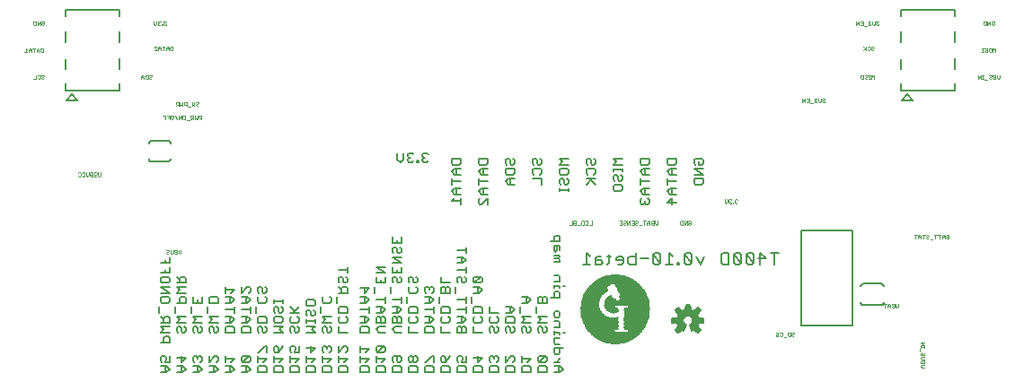
<source format=gbo>
G75*
%MOIN*%
%OFA0B0*%
%FSLAX24Y24*%
%IPPOS*%
%LPD*%
%AMOC8*
5,1,8,0,0,1.08239X$1,22.5*
%
%ADD10C,0.0080*%
%ADD11C,0.0060*%
%ADD12C,0.0020*%
%ADD13C,0.0050*%
%ADD14C,0.0059*%
%ADD15R,0.0160X0.0010*%
%ADD16R,0.0360X0.0010*%
%ADD17R,0.0480X0.0010*%
%ADD18R,0.0580X0.0010*%
%ADD19R,0.0660X0.0010*%
%ADD20R,0.0730X0.0010*%
%ADD21R,0.0800X0.0010*%
%ADD22R,0.0860X0.0010*%
%ADD23R,0.0910X0.0010*%
%ADD24R,0.0960X0.0010*%
%ADD25R,0.1010X0.0010*%
%ADD26R,0.1060X0.0010*%
%ADD27R,0.1100X0.0010*%
%ADD28R,0.1140X0.0010*%
%ADD29R,0.1180X0.0010*%
%ADD30R,0.1220X0.0010*%
%ADD31R,0.1260X0.0010*%
%ADD32R,0.1290X0.0010*%
%ADD33R,0.1320X0.0010*%
%ADD34R,0.1360X0.0010*%
%ADD35R,0.1380X0.0010*%
%ADD36R,0.1420X0.0010*%
%ADD37R,0.1440X0.0010*%
%ADD38R,0.1480X0.0010*%
%ADD39R,0.1500X0.0010*%
%ADD40R,0.1530X0.0010*%
%ADD41R,0.1560X0.0010*%
%ADD42R,0.1580X0.0010*%
%ADD43R,0.1610X0.0010*%
%ADD44R,0.1640X0.0010*%
%ADD45R,0.1660X0.0010*%
%ADD46R,0.1680X0.0010*%
%ADD47R,0.1700X0.0010*%
%ADD48R,0.1720X0.0010*%
%ADD49R,0.1750X0.0010*%
%ADD50R,0.1770X0.0010*%
%ADD51R,0.1790X0.0010*%
%ADD52R,0.1810X0.0010*%
%ADD53R,0.1830X0.0010*%
%ADD54R,0.1850X0.0010*%
%ADD55R,0.1870X0.0010*%
%ADD56R,0.1890X0.0010*%
%ADD57R,0.1900X0.0010*%
%ADD58R,0.0490X0.0010*%
%ADD59R,0.0930X0.0010*%
%ADD60R,0.0500X0.0010*%
%ADD61R,0.0940X0.0010*%
%ADD62R,0.0510X0.0010*%
%ADD63R,0.0950X0.0010*%
%ADD64R,0.0520X0.0010*%
%ADD65R,0.0530X0.0010*%
%ADD66R,0.0970X0.0010*%
%ADD67R,0.0980X0.0010*%
%ADD68R,0.0540X0.0010*%
%ADD69R,0.0550X0.0010*%
%ADD70R,0.0990X0.0010*%
%ADD71R,0.0560X0.0010*%
%ADD72R,0.1000X0.0010*%
%ADD73R,0.0570X0.0010*%
%ADD74R,0.1020X0.0010*%
%ADD75R,0.0690X0.0010*%
%ADD76R,0.1130X0.0010*%
%ADD77R,0.0720X0.0010*%
%ADD78R,0.1160X0.0010*%
%ADD79R,0.0740X0.0010*%
%ADD80R,0.0750X0.0010*%
%ADD81R,0.1190X0.0010*%
%ADD82R,0.0770X0.0010*%
%ADD83R,0.1200X0.0010*%
%ADD84R,0.0780X0.0010*%
%ADD85R,0.0790X0.0010*%
%ADD86R,0.1230X0.0010*%
%ADD87R,0.1240X0.0010*%
%ADD88R,0.1250X0.0010*%
%ADD89R,0.0810X0.0010*%
%ADD90R,0.0820X0.0010*%
%ADD91R,0.0830X0.0010*%
%ADD92R,0.1270X0.0010*%
%ADD93R,0.0840X0.0010*%
%ADD94R,0.1280X0.0010*%
%ADD95R,0.0850X0.0010*%
%ADD96R,0.1300X0.0010*%
%ADD97R,0.1310X0.0010*%
%ADD98R,0.0870X0.0010*%
%ADD99R,0.0880X0.0010*%
%ADD100R,0.0890X0.0010*%
%ADD101R,0.1330X0.0010*%
%ADD102R,0.1340X0.0010*%
%ADD103R,0.0900X0.0010*%
%ADD104R,0.1350X0.0010*%
%ADD105R,0.0920X0.0010*%
%ADD106R,0.1370X0.0010*%
%ADD107R,0.0110X0.0010*%
%ADD108R,0.1080X0.0010*%
%ADD109R,0.0060X0.0010*%
%ADD110R,0.1040X0.0010*%
%ADD111R,0.0030X0.0010*%
%ADD112R,0.0070X0.0010*%
%ADD113R,0.0180X0.0010*%
%ADD114R,0.0240X0.0010*%
%ADD115R,0.0280X0.0010*%
%ADD116R,0.0320X0.0010*%
%ADD117R,0.0390X0.0010*%
%ADD118R,0.0410X0.0010*%
%ADD119R,0.0760X0.0010*%
%ADD120R,0.0420X0.0010*%
%ADD121R,0.0430X0.0010*%
%ADD122R,0.0440X0.0010*%
%ADD123R,0.0450X0.0010*%
%ADD124R,0.0460X0.0010*%
%ADD125R,0.0470X0.0010*%
%ADD126R,0.0710X0.0010*%
%ADD127R,0.0700X0.0010*%
%ADD128R,0.0370X0.0010*%
%ADD129R,0.0380X0.0010*%
%ADD130R,0.0680X0.0010*%
%ADD131R,0.1690X0.0010*%
%ADD132R,0.0670X0.0010*%
%ADD133R,0.1670X0.0010*%
%ADD134R,0.1650X0.0010*%
%ADD135R,0.1170X0.0010*%
%ADD136R,0.1150X0.0010*%
%ADD137R,0.1120X0.0010*%
%ADD138R,0.1110X0.0010*%
%ADD139R,0.1090X0.0010*%
%ADD140R,0.1070X0.0010*%
%ADD141R,0.1050X0.0010*%
%ADD142R,0.0400X0.0010*%
%ADD143R,0.0050X0.0010*%
%ADD144R,0.0290X0.0010*%
%ADD145R,0.0270X0.0010*%
%ADD146R,0.0250X0.0010*%
%ADD147R,0.0230X0.0010*%
%ADD148R,0.0220X0.0010*%
%ADD149R,0.0200X0.0010*%
%ADD150R,0.0170X0.0010*%
%ADD151R,0.0150X0.0010*%
%ADD152R,0.0130X0.0010*%
%ADD153R,0.1030X0.0010*%
%ADD154R,0.0080X0.0010*%
%ADD155R,0.0020X0.0010*%
%ADD156R,0.1620X0.0010*%
%ADD157R,0.1600X0.0010*%
%ADD158R,0.1550X0.0010*%
%ADD159R,0.1520X0.0010*%
%ADD160R,0.1470X0.0010*%
%ADD161R,0.1410X0.0010*%
%ADD162R,0.0640X0.0010*%
%ADD163R,0.0310X0.0010*%
D10*
X021945Y025250D02*
X022574Y025250D01*
X022575Y025250D02*
X022591Y025255D01*
X022607Y025263D01*
X022621Y025273D01*
X022633Y025285D01*
X022643Y025300D01*
X022650Y025316D01*
X022654Y025333D01*
X022655Y025350D01*
X022653Y025368D01*
X022653Y025919D02*
X022655Y025937D01*
X022654Y025954D01*
X022650Y025971D01*
X022643Y025987D01*
X022633Y026002D01*
X022621Y026014D01*
X022607Y026024D01*
X022591Y026032D01*
X022575Y026037D01*
X022574Y026037D02*
X021945Y026037D01*
X021944Y026037D02*
X021928Y026032D01*
X021912Y026024D01*
X021898Y026014D01*
X021886Y026002D01*
X021876Y025987D01*
X021869Y025971D01*
X021865Y025954D01*
X021864Y025937D01*
X021866Y025919D01*
X021866Y025368D02*
X021864Y025350D01*
X021865Y025333D01*
X021869Y025316D01*
X021876Y025300D01*
X021886Y025285D01*
X021898Y025273D01*
X021912Y025263D01*
X021928Y025255D01*
X021944Y025250D01*
X037957Y021433D02*
X038237Y021433D01*
X038097Y021433D02*
X038097Y021854D01*
X038237Y021714D01*
X038417Y021643D02*
X038417Y021433D01*
X038627Y021433D01*
X038697Y021503D01*
X038627Y021573D01*
X038417Y021573D01*
X038417Y021643D02*
X038487Y021714D01*
X038627Y021714D01*
X038864Y021714D02*
X039004Y021714D01*
X038934Y021784D02*
X038934Y021503D01*
X038864Y021433D01*
X039184Y021573D02*
X039465Y021573D01*
X039465Y021503D02*
X039465Y021643D01*
X039395Y021714D01*
X039254Y021714D01*
X039184Y021643D01*
X039184Y021573D01*
X039254Y021433D02*
X039395Y021433D01*
X039465Y021503D01*
X039645Y021503D02*
X039645Y021643D01*
X039715Y021714D01*
X039925Y021714D01*
X039925Y021854D02*
X039925Y021433D01*
X039715Y021433D01*
X039645Y021503D01*
X040105Y021643D02*
X040385Y021643D01*
X040566Y021503D02*
X040636Y021433D01*
X040776Y021433D01*
X040846Y021503D01*
X040566Y021784D01*
X040566Y021503D01*
X040846Y021503D02*
X040846Y021784D01*
X040776Y021854D01*
X040636Y021854D01*
X040566Y021784D01*
X041026Y021433D02*
X041306Y021433D01*
X041166Y021433D02*
X041166Y021854D01*
X041306Y021714D01*
X041466Y021503D02*
X041466Y021433D01*
X041536Y021433D01*
X041536Y021503D01*
X041466Y021503D01*
X041717Y021503D02*
X041787Y021433D01*
X041927Y021433D01*
X041997Y021503D01*
X041717Y021784D01*
X041717Y021503D01*
X041997Y021503D02*
X041997Y021784D01*
X041927Y021854D01*
X041787Y021854D01*
X041717Y021784D01*
X042177Y021714D02*
X042317Y021433D01*
X042457Y021714D01*
X043098Y021784D02*
X043168Y021854D01*
X043378Y021854D01*
X043378Y021433D01*
X043168Y021433D01*
X043098Y021503D01*
X043098Y021784D01*
X043558Y021784D02*
X043628Y021854D01*
X043768Y021854D01*
X043838Y021784D01*
X043838Y021503D01*
X043558Y021784D01*
X043558Y021503D01*
X043628Y021433D01*
X043768Y021433D01*
X043838Y021503D01*
X044018Y021503D02*
X044089Y021433D01*
X044229Y021433D01*
X044299Y021503D01*
X044018Y021784D01*
X044018Y021503D01*
X044018Y021784D02*
X044089Y021854D01*
X044229Y021854D01*
X044299Y021784D01*
X044299Y021503D01*
X044479Y021643D02*
X044759Y021643D01*
X044549Y021854D01*
X044549Y021433D01*
X045079Y021433D02*
X045079Y021854D01*
X044939Y021854D02*
X045220Y021854D01*
X048372Y020709D02*
X049022Y020709D01*
X049039Y020707D01*
X049056Y020703D01*
X049072Y020696D01*
X049086Y020686D01*
X049099Y020673D01*
X049109Y020659D01*
X049116Y020643D01*
X049120Y020626D01*
X049122Y020609D01*
X048372Y020709D02*
X048355Y020707D01*
X048338Y020703D01*
X048322Y020696D01*
X048308Y020686D01*
X048295Y020673D01*
X048285Y020659D01*
X048278Y020643D01*
X048274Y020626D01*
X048272Y020609D01*
X048272Y020009D02*
X048274Y019992D01*
X048278Y019975D01*
X048285Y019959D01*
X048295Y019945D01*
X048308Y019932D01*
X048322Y019922D01*
X048338Y019915D01*
X048355Y019911D01*
X048372Y019909D01*
X049022Y019909D01*
X049039Y019911D01*
X049056Y019915D01*
X049072Y019922D01*
X049086Y019932D01*
X049099Y019945D01*
X049109Y019959D01*
X049116Y019975D01*
X049120Y019992D01*
X049122Y020009D01*
D11*
X022516Y017423D02*
X022290Y017423D01*
X022460Y017423D02*
X022460Y017650D01*
X022516Y017650D02*
X022290Y017650D01*
X022346Y017792D02*
X022290Y017848D01*
X022290Y017962D01*
X022346Y018018D01*
X022460Y018018D01*
X022516Y017962D01*
X022516Y017905D01*
X022460Y017792D01*
X022630Y017792D01*
X022630Y018018D01*
X022890Y017962D02*
X023230Y017962D01*
X023060Y017792D01*
X023060Y018018D01*
X023060Y017650D02*
X023060Y017423D01*
X023116Y017423D02*
X023230Y017537D01*
X023116Y017650D01*
X022890Y017650D01*
X022890Y017423D02*
X023116Y017423D01*
X023490Y017423D02*
X023716Y017423D01*
X023830Y017537D01*
X023716Y017650D01*
X023490Y017650D01*
X023546Y017792D02*
X023490Y017848D01*
X023490Y017962D01*
X023546Y018018D01*
X023603Y018018D01*
X023660Y017962D01*
X023660Y017905D01*
X023660Y017962D02*
X023716Y018018D01*
X023773Y018018D01*
X023830Y017962D01*
X023830Y017848D01*
X023773Y017792D01*
X023660Y017650D02*
X023660Y017423D01*
X024090Y017423D02*
X024316Y017423D01*
X024430Y017537D01*
X024316Y017650D01*
X024090Y017650D01*
X024090Y017792D02*
X024316Y018018D01*
X024373Y018018D01*
X024430Y017962D01*
X024430Y017848D01*
X024373Y017792D01*
X024260Y017650D02*
X024260Y017423D01*
X024090Y017792D02*
X024090Y018018D01*
X024690Y018018D02*
X024690Y017792D01*
X024690Y017905D02*
X025030Y017905D01*
X024916Y017792D01*
X024916Y017650D02*
X024690Y017650D01*
X024860Y017650D02*
X024860Y017423D01*
X024916Y017423D02*
X025030Y017537D01*
X024916Y017650D01*
X024916Y017423D02*
X024690Y017423D01*
X025290Y017423D02*
X025516Y017423D01*
X025630Y017537D01*
X025516Y017650D01*
X025290Y017650D01*
X025346Y017792D02*
X025573Y018018D01*
X025346Y018018D01*
X025290Y017962D01*
X025290Y017848D01*
X025346Y017792D01*
X025573Y017792D01*
X025630Y017848D01*
X025630Y017962D01*
X025573Y018018D01*
X025890Y018018D02*
X025890Y017792D01*
X025890Y017905D02*
X026230Y017905D01*
X026116Y017792D01*
X026173Y017650D02*
X026230Y017593D01*
X026230Y017423D01*
X025890Y017423D01*
X025890Y017593D01*
X025946Y017650D01*
X026173Y017650D01*
X026490Y017593D02*
X026546Y017650D01*
X026773Y017650D01*
X026830Y017593D01*
X026830Y017423D01*
X026490Y017423D01*
X026490Y017593D01*
X026490Y017792D02*
X026490Y018018D01*
X026490Y017905D02*
X026830Y017905D01*
X026716Y017792D01*
X026660Y018160D02*
X026660Y018330D01*
X026603Y018387D01*
X026546Y018387D01*
X026490Y018330D01*
X026490Y018217D01*
X026546Y018160D01*
X026660Y018160D01*
X026773Y018273D01*
X026830Y018387D01*
X027090Y018330D02*
X027090Y018217D01*
X027146Y018160D01*
X027260Y018160D02*
X027316Y018273D01*
X027316Y018330D01*
X027260Y018387D01*
X027146Y018387D01*
X027090Y018330D01*
X027260Y018160D02*
X027430Y018160D01*
X027430Y018387D01*
X027690Y018330D02*
X028030Y018330D01*
X027860Y018160D01*
X027860Y018387D01*
X027690Y018018D02*
X027690Y017792D01*
X027690Y017905D02*
X028030Y017905D01*
X027916Y017792D01*
X027973Y017650D02*
X028030Y017593D01*
X028030Y017423D01*
X027690Y017423D01*
X027690Y017593D01*
X027746Y017650D01*
X027973Y017650D01*
X028290Y017593D02*
X028346Y017650D01*
X028573Y017650D01*
X028630Y017593D01*
X028630Y017423D01*
X028290Y017423D01*
X028290Y017593D01*
X028290Y017792D02*
X028290Y018018D01*
X028290Y017905D02*
X028630Y017905D01*
X028516Y017792D01*
X028573Y018160D02*
X028630Y018217D01*
X028630Y018330D01*
X028573Y018387D01*
X028516Y018387D01*
X028460Y018330D01*
X028403Y018387D01*
X028346Y018387D01*
X028290Y018330D01*
X028290Y018217D01*
X028346Y018160D01*
X028460Y018273D02*
X028460Y018330D01*
X028890Y018387D02*
X028890Y018160D01*
X029116Y018387D01*
X029173Y018387D01*
X029230Y018330D01*
X029230Y018217D01*
X029173Y018160D01*
X029230Y017905D02*
X028890Y017905D01*
X028890Y017792D02*
X028890Y018018D01*
X029116Y017792D02*
X029230Y017905D01*
X029173Y017650D02*
X028946Y017650D01*
X028890Y017593D01*
X028890Y017423D01*
X029230Y017423D01*
X029230Y017593D01*
X029173Y017650D01*
X029690Y017593D02*
X029690Y017423D01*
X030030Y017423D01*
X030030Y017593D01*
X029973Y017650D01*
X029746Y017650D01*
X029690Y017593D01*
X029690Y017792D02*
X029690Y018018D01*
X029690Y017905D02*
X030030Y017905D01*
X029916Y017792D01*
X029916Y018160D02*
X030030Y018273D01*
X029690Y018273D01*
X029690Y018160D02*
X029690Y018387D01*
X029690Y018897D02*
X029690Y019067D01*
X029746Y019123D01*
X029973Y019123D01*
X030030Y019067D01*
X030030Y018897D01*
X029690Y018897D01*
X029690Y019265D02*
X029916Y019265D01*
X030030Y019378D01*
X029916Y019492D01*
X029690Y019492D01*
X029860Y019492D02*
X029860Y019265D01*
X030030Y019633D02*
X030030Y019860D01*
X030030Y019747D02*
X029690Y019747D01*
X029690Y020002D02*
X029916Y020002D01*
X030030Y020115D01*
X029916Y020228D01*
X029690Y020228D01*
X029860Y020228D02*
X029860Y020002D01*
X029860Y020370D02*
X029860Y020597D01*
X030030Y020540D02*
X029860Y020370D01*
X029690Y020540D02*
X030030Y020540D01*
X030233Y020597D02*
X030233Y020370D01*
X030290Y020115D02*
X030630Y020115D01*
X030630Y020002D02*
X030630Y020228D01*
X030833Y020370D02*
X030833Y020597D01*
X030946Y020738D02*
X030890Y020795D01*
X030890Y020908D01*
X030946Y020965D01*
X031003Y020965D01*
X031060Y020908D01*
X031060Y020795D01*
X031116Y020738D01*
X031173Y020738D01*
X031230Y020795D01*
X031230Y020908D01*
X031173Y020965D01*
X031230Y021106D02*
X030890Y021106D01*
X030890Y021333D01*
X030890Y021475D02*
X031230Y021475D01*
X030890Y021702D01*
X031230Y021702D01*
X031173Y021843D02*
X031116Y021843D01*
X031060Y021900D01*
X031060Y022013D01*
X031003Y022070D01*
X030946Y022070D01*
X030890Y022013D01*
X030890Y021900D01*
X030946Y021843D01*
X031173Y021843D02*
X031230Y021900D01*
X031230Y022013D01*
X031173Y022070D01*
X031230Y022211D02*
X030890Y022211D01*
X030890Y022438D01*
X031060Y022325D02*
X031060Y022211D01*
X031230Y022211D02*
X031230Y022438D01*
X031230Y021333D02*
X031230Y021106D01*
X031060Y021106D02*
X031060Y021220D01*
X030630Y021333D02*
X030290Y021333D01*
X030630Y021106D01*
X030290Y021106D01*
X030290Y020965D02*
X030290Y020738D01*
X030630Y020738D01*
X030630Y020965D01*
X030460Y020852D02*
X030460Y020738D01*
X030890Y020115D02*
X031230Y020115D01*
X031230Y020002D02*
X031230Y020228D01*
X031433Y020228D02*
X031433Y020002D01*
X031546Y019860D02*
X031773Y019860D01*
X031830Y019803D01*
X031830Y019633D01*
X031490Y019633D01*
X031490Y019803D01*
X031546Y019860D01*
X031230Y019747D02*
X031116Y019633D01*
X030890Y019633D01*
X030946Y019492D02*
X030890Y019435D01*
X030890Y019265D01*
X031230Y019265D01*
X031230Y019435D01*
X031173Y019492D01*
X031116Y019492D01*
X031060Y019435D01*
X031060Y019265D01*
X031003Y019123D02*
X031230Y019123D01*
X031230Y018897D02*
X031003Y018897D01*
X030890Y019010D01*
X031003Y019123D01*
X031060Y019435D02*
X031003Y019492D01*
X030946Y019492D01*
X031060Y019633D02*
X031060Y019860D01*
X031116Y019860D02*
X030890Y019860D01*
X031116Y019860D02*
X031230Y019747D01*
X031490Y019435D02*
X031546Y019492D01*
X031490Y019435D02*
X031490Y019322D01*
X031546Y019265D01*
X031773Y019265D01*
X031830Y019322D01*
X031830Y019435D01*
X031773Y019492D01*
X032090Y019492D02*
X032316Y019492D01*
X032430Y019378D01*
X032316Y019265D01*
X032090Y019265D01*
X032146Y019123D02*
X032373Y019123D01*
X032430Y019067D01*
X032430Y018897D01*
X032090Y018897D01*
X032090Y019067D01*
X032146Y019123D01*
X032260Y019265D02*
X032260Y019492D01*
X032430Y019633D02*
X032430Y019860D01*
X032430Y019747D02*
X032090Y019747D01*
X032090Y020002D02*
X032316Y020002D01*
X032430Y020115D01*
X032316Y020228D01*
X032090Y020228D01*
X032146Y020370D02*
X032090Y020427D01*
X032090Y020540D01*
X032146Y020597D01*
X032203Y020597D01*
X032260Y020540D01*
X032260Y020483D01*
X032260Y020540D02*
X032316Y020597D01*
X032373Y020597D01*
X032430Y020540D01*
X032430Y020427D01*
X032373Y020370D01*
X032260Y020228D02*
X032260Y020002D01*
X032633Y020002D02*
X032633Y020228D01*
X032690Y020370D02*
X032690Y020540D01*
X032746Y020597D01*
X032803Y020597D01*
X032860Y020540D01*
X032860Y020370D01*
X033030Y020370D02*
X033030Y020540D01*
X032973Y020597D01*
X032916Y020597D01*
X032860Y020540D01*
X032690Y020370D02*
X033030Y020370D01*
X033233Y020370D02*
X033233Y020597D01*
X033346Y020738D02*
X033290Y020795D01*
X033290Y020908D01*
X033346Y020965D01*
X033403Y020965D01*
X033460Y020908D01*
X033460Y020795D01*
X033516Y020738D01*
X033573Y020738D01*
X033630Y020795D01*
X033630Y020908D01*
X033573Y020965D01*
X033630Y021106D02*
X033630Y021333D01*
X033630Y021220D02*
X033290Y021220D01*
X033290Y021475D02*
X033516Y021475D01*
X033630Y021588D01*
X033516Y021702D01*
X033290Y021702D01*
X033460Y021702D02*
X033460Y021475D01*
X033630Y021843D02*
X033630Y022070D01*
X033630Y021957D02*
X033290Y021957D01*
X032690Y020965D02*
X032690Y020738D01*
X033030Y020738D01*
X033290Y020115D02*
X033630Y020115D01*
X033630Y020002D02*
X033630Y020228D01*
X033833Y020228D02*
X033833Y020002D01*
X033946Y019860D02*
X033890Y019803D01*
X033890Y019633D01*
X034230Y019633D01*
X034230Y019803D01*
X034173Y019860D01*
X033946Y019860D01*
X033630Y019860D02*
X033630Y019633D01*
X033630Y019747D02*
X033290Y019747D01*
X033290Y019492D02*
X033516Y019492D01*
X033630Y019378D01*
X033516Y019265D01*
X033290Y019265D01*
X033346Y019123D02*
X033290Y019067D01*
X033290Y018897D01*
X033630Y018897D01*
X033630Y019067D01*
X033573Y019123D01*
X033516Y019123D01*
X033460Y019067D01*
X033460Y018897D01*
X033460Y019067D02*
X033403Y019123D01*
X033346Y019123D01*
X033460Y019265D02*
X033460Y019492D01*
X033890Y019435D02*
X033946Y019492D01*
X033890Y019435D02*
X033890Y019322D01*
X033946Y019265D01*
X034173Y019265D01*
X034230Y019322D01*
X034230Y019435D01*
X034173Y019492D01*
X034490Y019435D02*
X034546Y019492D01*
X034490Y019435D02*
X034490Y019322D01*
X034546Y019265D01*
X034773Y019265D01*
X034830Y019322D01*
X034830Y019435D01*
X034773Y019492D01*
X034830Y019633D02*
X034490Y019633D01*
X034490Y019860D01*
X035090Y019860D02*
X035316Y019860D01*
X035430Y019747D01*
X035316Y019633D01*
X035090Y019633D01*
X035146Y019492D02*
X035090Y019435D01*
X035090Y019265D01*
X035430Y019265D01*
X035430Y019435D01*
X035373Y019492D01*
X035146Y019492D01*
X035260Y019633D02*
X035260Y019860D01*
X035633Y019860D02*
X035633Y019633D01*
X035690Y019492D02*
X036030Y019492D01*
X036030Y019265D02*
X035690Y019265D01*
X035803Y019378D01*
X035690Y019492D01*
X035746Y019123D02*
X035690Y019067D01*
X035690Y018953D01*
X035746Y018897D01*
X035860Y018953D02*
X035860Y019067D01*
X035803Y019123D01*
X035746Y019123D01*
X035860Y018953D02*
X035916Y018897D01*
X035973Y018897D01*
X036030Y018953D01*
X036030Y019067D01*
X035973Y019123D01*
X036290Y019067D02*
X036290Y018953D01*
X036346Y018897D01*
X036460Y018953D02*
X036460Y019067D01*
X036403Y019123D01*
X036346Y019123D01*
X036290Y019067D01*
X036290Y019265D02*
X036403Y019378D01*
X036290Y019492D01*
X036630Y019492D01*
X036630Y019265D02*
X036290Y019265D01*
X036573Y019123D02*
X036630Y019067D01*
X036630Y018953D01*
X036573Y018897D01*
X036516Y018897D01*
X036460Y018953D01*
X036890Y018949D02*
X036890Y018835D01*
X036890Y018892D02*
X037116Y018892D01*
X037116Y018835D01*
X037230Y018892D02*
X037287Y018892D01*
X037116Y019081D02*
X037116Y019251D01*
X037060Y019308D01*
X036890Y019308D01*
X036946Y019449D02*
X036890Y019506D01*
X036890Y019619D01*
X036946Y019676D01*
X037060Y019676D01*
X037116Y019619D01*
X037116Y019506D01*
X037060Y019449D01*
X036946Y019449D01*
X036890Y019081D02*
X037116Y019081D01*
X037116Y018694D02*
X036890Y018694D01*
X036890Y018524D01*
X036946Y018467D01*
X037116Y018467D01*
X037116Y018325D02*
X037116Y018155D01*
X037060Y018099D01*
X036946Y018099D01*
X036890Y018155D01*
X036890Y018325D01*
X037230Y018325D01*
X037116Y017962D02*
X037116Y017905D01*
X037003Y017792D01*
X036890Y017792D02*
X037116Y017792D01*
X037116Y017650D02*
X036890Y017650D01*
X037060Y017650D02*
X037060Y017423D01*
X037116Y017423D02*
X037230Y017537D01*
X037116Y017650D01*
X037116Y017423D02*
X036890Y017423D01*
X036630Y017423D02*
X036630Y017593D01*
X036573Y017650D01*
X036346Y017650D01*
X036290Y017593D01*
X036290Y017423D01*
X036630Y017423D01*
X036573Y017792D02*
X036346Y017792D01*
X036573Y018018D01*
X036346Y018018D01*
X036290Y017962D01*
X036290Y017848D01*
X036346Y017792D01*
X036573Y017792D02*
X036630Y017848D01*
X036630Y017962D01*
X036573Y018018D01*
X036030Y017905D02*
X035916Y017792D01*
X035973Y017650D02*
X036030Y017593D01*
X036030Y017423D01*
X035690Y017423D01*
X035690Y017593D01*
X035746Y017650D01*
X035973Y017650D01*
X036030Y017905D02*
X035690Y017905D01*
X035690Y017792D02*
X035690Y018018D01*
X035430Y017962D02*
X035430Y017848D01*
X035373Y017792D01*
X035373Y017650D02*
X035430Y017593D01*
X035430Y017423D01*
X035090Y017423D01*
X035090Y017593D01*
X035146Y017650D01*
X035373Y017650D01*
X035090Y017792D02*
X035090Y018018D01*
X035090Y017792D02*
X035316Y018018D01*
X035373Y018018D01*
X035430Y017962D01*
X034830Y017962D02*
X034830Y017848D01*
X034773Y017792D01*
X034773Y017650D02*
X034830Y017593D01*
X034830Y017423D01*
X034490Y017423D01*
X034490Y017593D01*
X034546Y017650D01*
X034773Y017650D01*
X034546Y017792D02*
X034490Y017848D01*
X034490Y017962D01*
X034546Y018018D01*
X034603Y018018D01*
X034660Y017962D01*
X034660Y017905D01*
X034660Y017962D02*
X034716Y018018D01*
X034773Y018018D01*
X034830Y017962D01*
X034230Y017962D02*
X034060Y017792D01*
X034060Y018018D01*
X033890Y017962D02*
X034230Y017962D01*
X034173Y017650D02*
X034230Y017593D01*
X034230Y017423D01*
X033890Y017423D01*
X033890Y017593D01*
X033946Y017650D01*
X034173Y017650D01*
X033630Y017593D02*
X033630Y017423D01*
X033290Y017423D01*
X033290Y017593D01*
X033346Y017650D01*
X033573Y017650D01*
X033630Y017593D01*
X033630Y017792D02*
X033460Y017792D01*
X033516Y017905D01*
X033516Y017962D01*
X033460Y018018D01*
X033346Y018018D01*
X033290Y017962D01*
X033290Y017848D01*
X033346Y017792D01*
X033630Y017792D02*
X033630Y018018D01*
X033030Y018018D02*
X032973Y017905D01*
X032860Y017792D01*
X032860Y017962D01*
X032803Y018018D01*
X032746Y018018D01*
X032690Y017962D01*
X032690Y017848D01*
X032746Y017792D01*
X032860Y017792D01*
X032973Y017650D02*
X033030Y017593D01*
X033030Y017423D01*
X032690Y017423D01*
X032690Y017593D01*
X032746Y017650D01*
X032973Y017650D01*
X032430Y017593D02*
X032430Y017423D01*
X032090Y017423D01*
X032090Y017593D01*
X032146Y017650D01*
X032373Y017650D01*
X032430Y017593D01*
X032430Y017792D02*
X032430Y018018D01*
X032373Y018018D01*
X032146Y017792D01*
X032090Y017792D01*
X031830Y017848D02*
X031830Y017962D01*
X031773Y018018D01*
X031716Y018018D01*
X031660Y017962D01*
X031660Y017848D01*
X031716Y017792D01*
X031773Y017792D01*
X031830Y017848D01*
X031660Y017848D02*
X031603Y017792D01*
X031546Y017792D01*
X031490Y017848D01*
X031490Y017962D01*
X031546Y018018D01*
X031603Y018018D01*
X031660Y017962D01*
X031773Y017650D02*
X031830Y017593D01*
X031830Y017423D01*
X031490Y017423D01*
X031490Y017593D01*
X031546Y017650D01*
X031773Y017650D01*
X031230Y017593D02*
X031230Y017423D01*
X030890Y017423D01*
X030890Y017593D01*
X030946Y017650D01*
X031173Y017650D01*
X031230Y017593D01*
X031173Y017792D02*
X031116Y017792D01*
X031060Y017848D01*
X031060Y018018D01*
X031173Y018018D02*
X031230Y017962D01*
X031230Y017848D01*
X031173Y017792D01*
X031173Y018018D02*
X030946Y018018D01*
X030890Y017962D01*
X030890Y017848D01*
X030946Y017792D01*
X030630Y017905D02*
X030290Y017905D01*
X030290Y017792D02*
X030290Y018018D01*
X030346Y018160D02*
X030573Y018387D01*
X030346Y018387D01*
X030290Y018330D01*
X030290Y018217D01*
X030346Y018160D01*
X030573Y018160D01*
X030630Y018217D01*
X030630Y018330D01*
X030573Y018387D01*
X030630Y017905D02*
X030516Y017792D01*
X030573Y017650D02*
X030630Y017593D01*
X030630Y017423D01*
X030290Y017423D01*
X030290Y017593D01*
X030346Y017650D01*
X030573Y017650D01*
X030630Y018897D02*
X030403Y018897D01*
X030290Y019010D01*
X030403Y019123D01*
X030630Y019123D01*
X030630Y019265D02*
X030630Y019435D01*
X030573Y019492D01*
X030516Y019492D01*
X030460Y019435D01*
X030460Y019265D01*
X030290Y019265D02*
X030630Y019265D01*
X030460Y019435D02*
X030403Y019492D01*
X030346Y019492D01*
X030290Y019435D01*
X030290Y019265D01*
X030290Y019633D02*
X030516Y019633D01*
X030630Y019747D01*
X030516Y019860D01*
X030290Y019860D01*
X030460Y019860D02*
X030460Y019633D01*
X031490Y019123D02*
X031490Y018897D01*
X031830Y018897D01*
X032690Y018897D02*
X032690Y019123D01*
X032746Y019265D02*
X032690Y019322D01*
X032690Y019435D01*
X032746Y019492D01*
X032690Y019633D02*
X032690Y019803D01*
X032746Y019860D01*
X032973Y019860D01*
X033030Y019803D01*
X033030Y019633D01*
X032690Y019633D01*
X032973Y019492D02*
X033030Y019435D01*
X033030Y019322D01*
X032973Y019265D01*
X032746Y019265D01*
X032690Y018897D02*
X033030Y018897D01*
X033890Y018897D02*
X033890Y019123D01*
X033890Y018897D02*
X034230Y018897D01*
X034490Y018953D02*
X034546Y018897D01*
X034490Y018953D02*
X034490Y019067D01*
X034546Y019123D01*
X034603Y019123D01*
X034660Y019067D01*
X034660Y018953D01*
X034716Y018897D01*
X034773Y018897D01*
X034830Y018953D01*
X034830Y019067D01*
X034773Y019123D01*
X035090Y019067D02*
X035090Y018953D01*
X035146Y018897D01*
X035260Y018953D02*
X035260Y019067D01*
X035203Y019123D01*
X035146Y019123D01*
X035090Y019067D01*
X035260Y018953D02*
X035316Y018897D01*
X035373Y018897D01*
X035430Y018953D01*
X035430Y019067D01*
X035373Y019123D01*
X036233Y019633D02*
X036233Y019860D01*
X036290Y020002D02*
X036290Y020172D01*
X036346Y020228D01*
X036403Y020228D01*
X036460Y020172D01*
X036460Y020002D01*
X036460Y020172D02*
X036516Y020228D01*
X036573Y020228D01*
X036630Y020172D01*
X036630Y020002D01*
X036290Y020002D01*
X036030Y020115D02*
X035916Y020002D01*
X035690Y020002D01*
X035860Y020002D02*
X035860Y020228D01*
X035916Y020228D02*
X035690Y020228D01*
X035916Y020228D02*
X036030Y020115D01*
X036776Y020186D02*
X037116Y020186D01*
X037116Y020356D01*
X037060Y020413D01*
X036946Y020413D01*
X036890Y020356D01*
X036890Y020186D01*
X036890Y020554D02*
X036890Y020667D01*
X036890Y020611D02*
X037116Y020611D01*
X037116Y020554D01*
X037230Y020611D02*
X037287Y020611D01*
X037116Y020800D02*
X037116Y020970D01*
X037060Y021026D01*
X036890Y021026D01*
X036890Y020800D02*
X037116Y020800D01*
X037116Y021536D02*
X036890Y021536D01*
X036890Y021650D02*
X037060Y021650D01*
X037116Y021706D01*
X037060Y021763D01*
X036890Y021763D01*
X036946Y021904D02*
X037003Y021961D01*
X037003Y022131D01*
X037060Y022131D02*
X036890Y022131D01*
X036890Y021961D01*
X036946Y021904D01*
X037116Y021961D02*
X037116Y022075D01*
X037060Y022131D01*
X037116Y022273D02*
X036776Y022273D01*
X036890Y022273D02*
X036890Y022443D01*
X036946Y022500D01*
X037060Y022500D01*
X037116Y022443D01*
X037116Y022273D01*
X037060Y021650D02*
X037116Y021593D01*
X037116Y021536D01*
X034230Y020908D02*
X034173Y020965D01*
X033946Y020738D01*
X033890Y020795D01*
X033890Y020908D01*
X033946Y020965D01*
X034173Y020965D01*
X034230Y020908D02*
X034230Y020795D01*
X034173Y020738D01*
X033946Y020738D01*
X033890Y020597D02*
X034116Y020597D01*
X034230Y020483D01*
X034116Y020370D01*
X033890Y020370D01*
X034060Y020370D02*
X034060Y020597D01*
X031830Y020540D02*
X031830Y020427D01*
X031773Y020370D01*
X031546Y020370D01*
X031490Y020427D01*
X031490Y020540D01*
X031546Y020597D01*
X031546Y020738D02*
X031490Y020795D01*
X031490Y020908D01*
X031546Y020965D01*
X031603Y020965D01*
X031660Y020908D01*
X031660Y020795D01*
X031716Y020738D01*
X031773Y020738D01*
X031830Y020795D01*
X031830Y020908D01*
X031773Y020965D01*
X031773Y020597D02*
X031830Y020540D01*
X029230Y020540D02*
X029230Y020370D01*
X028890Y020370D01*
X029003Y020370D02*
X029003Y020540D01*
X029060Y020597D01*
X029173Y020597D01*
X029230Y020540D01*
X029173Y020738D02*
X029116Y020738D01*
X029060Y020795D01*
X029060Y020908D01*
X029003Y020965D01*
X028946Y020965D01*
X028890Y020908D01*
X028890Y020795D01*
X028946Y020738D01*
X028890Y020597D02*
X029003Y020483D01*
X028833Y020228D02*
X028833Y020002D01*
X028946Y019860D02*
X029173Y019860D01*
X029230Y019803D01*
X029230Y019633D01*
X028890Y019633D01*
X028890Y019803D01*
X028946Y019860D01*
X028946Y019492D02*
X028890Y019435D01*
X028890Y019322D01*
X028946Y019265D01*
X029173Y019265D01*
X029230Y019322D01*
X029230Y019435D01*
X029173Y019492D01*
X028890Y019123D02*
X028890Y018897D01*
X029230Y018897D01*
X028630Y018953D02*
X028573Y018897D01*
X028516Y018897D01*
X028460Y018953D01*
X028460Y019067D01*
X028403Y019123D01*
X028346Y019123D01*
X028290Y019067D01*
X028290Y018953D01*
X028346Y018897D01*
X028630Y018953D02*
X028630Y019067D01*
X028573Y019123D01*
X028630Y019265D02*
X028290Y019265D01*
X028403Y019378D01*
X028290Y019492D01*
X028630Y019492D01*
X028233Y019633D02*
X028233Y019860D01*
X028346Y020002D02*
X028290Y020058D01*
X028290Y020172D01*
X028346Y020228D01*
X028346Y020002D02*
X028573Y020002D01*
X028630Y020058D01*
X028630Y020172D01*
X028573Y020228D01*
X028030Y020049D02*
X027973Y020106D01*
X027746Y020106D01*
X027690Y020049D01*
X027690Y019935D01*
X027746Y019879D01*
X027973Y019879D01*
X028030Y019935D01*
X028030Y020049D01*
X027973Y019737D02*
X028030Y019681D01*
X028030Y019567D01*
X027973Y019510D01*
X027916Y019510D01*
X027860Y019567D01*
X027860Y019681D01*
X027803Y019737D01*
X027746Y019737D01*
X027690Y019681D01*
X027690Y019567D01*
X027746Y019510D01*
X027690Y019378D02*
X027690Y019265D01*
X027690Y019322D02*
X028030Y019322D01*
X028030Y019378D02*
X028030Y019265D01*
X028030Y019123D02*
X027690Y019123D01*
X027690Y018897D02*
X028030Y018897D01*
X027916Y019010D01*
X028030Y019123D01*
X027430Y019067D02*
X027430Y018953D01*
X027373Y018897D01*
X027316Y018897D01*
X027260Y018953D01*
X027260Y019067D01*
X027203Y019123D01*
X027146Y019123D01*
X027090Y019067D01*
X027090Y018953D01*
X027146Y018897D01*
X026830Y018897D02*
X026716Y019010D01*
X026830Y019123D01*
X026490Y019123D01*
X026546Y019265D02*
X026490Y019322D01*
X026490Y019435D01*
X026546Y019492D01*
X026773Y019492D01*
X026830Y019435D01*
X026830Y019322D01*
X026773Y019265D01*
X026546Y019265D01*
X026230Y019265D02*
X026230Y019435D01*
X026173Y019492D01*
X025946Y019492D01*
X025890Y019435D01*
X025890Y019265D01*
X026230Y019265D01*
X026173Y019123D02*
X026230Y019067D01*
X026230Y018953D01*
X026173Y018897D01*
X026116Y018897D01*
X026060Y018953D01*
X026060Y019067D01*
X026003Y019123D01*
X025946Y019123D01*
X025890Y019067D01*
X025890Y018953D01*
X025946Y018897D01*
X025630Y018897D02*
X025630Y019067D01*
X025573Y019123D01*
X025346Y019123D01*
X025290Y019067D01*
X025290Y018897D01*
X025630Y018897D01*
X025516Y019265D02*
X025630Y019378D01*
X025516Y019492D01*
X025290Y019492D01*
X025460Y019492D02*
X025460Y019265D01*
X025516Y019265D02*
X025290Y019265D01*
X025030Y019378D02*
X024916Y019492D01*
X024690Y019492D01*
X024860Y019492D02*
X024860Y019265D01*
X024916Y019265D02*
X025030Y019378D01*
X024916Y019265D02*
X024690Y019265D01*
X024746Y019123D02*
X024973Y019123D01*
X025030Y019067D01*
X025030Y018897D01*
X024690Y018897D01*
X024690Y019067D01*
X024746Y019123D01*
X024430Y019067D02*
X024430Y018953D01*
X024373Y018897D01*
X024316Y018897D01*
X024260Y018953D01*
X024260Y019067D01*
X024203Y019123D01*
X024146Y019123D01*
X024090Y019067D01*
X024090Y018953D01*
X024146Y018897D01*
X024373Y019123D02*
X024430Y019067D01*
X024430Y019265D02*
X024090Y019265D01*
X024203Y019378D01*
X024090Y019492D01*
X024430Y019492D01*
X024690Y019747D02*
X025030Y019747D01*
X025030Y019860D02*
X025030Y019633D01*
X025290Y019747D02*
X025630Y019747D01*
X025630Y019860D02*
X025630Y019633D01*
X025833Y019633D02*
X025833Y019860D01*
X025946Y020002D02*
X025890Y020058D01*
X025890Y020172D01*
X025946Y020228D01*
X025946Y020370D02*
X025890Y020427D01*
X025890Y020540D01*
X025946Y020597D01*
X026003Y020597D01*
X026060Y020540D01*
X026060Y020427D01*
X026116Y020370D01*
X026173Y020370D01*
X026230Y020427D01*
X026230Y020540D01*
X026173Y020597D01*
X026173Y020228D02*
X026230Y020172D01*
X026230Y020058D01*
X026173Y020002D01*
X025946Y020002D01*
X025630Y020115D02*
X025516Y020228D01*
X025290Y020228D01*
X025290Y020370D02*
X025516Y020597D01*
X025573Y020597D01*
X025630Y020540D01*
X025630Y020427D01*
X025573Y020370D01*
X025460Y020228D02*
X025460Y020002D01*
X025516Y020002D02*
X025630Y020115D01*
X025516Y020002D02*
X025290Y020002D01*
X025030Y020115D02*
X024916Y020228D01*
X024690Y020228D01*
X024690Y020370D02*
X024690Y020597D01*
X024690Y020483D02*
X025030Y020483D01*
X024916Y020370D01*
X024860Y020228D02*
X024860Y020002D01*
X024916Y020002D02*
X025030Y020115D01*
X024916Y020002D02*
X024690Y020002D01*
X024430Y020002D02*
X024430Y020172D01*
X024373Y020228D01*
X024146Y020228D01*
X024090Y020172D01*
X024090Y020002D01*
X024430Y020002D01*
X024033Y019860D02*
X024033Y019633D01*
X023830Y019492D02*
X023490Y019492D01*
X023603Y019378D01*
X023490Y019265D01*
X023830Y019265D01*
X023773Y019123D02*
X023830Y019067D01*
X023830Y018953D01*
X023773Y018897D01*
X023716Y018897D01*
X023660Y018953D01*
X023660Y019067D01*
X023603Y019123D01*
X023546Y019123D01*
X023490Y019067D01*
X023490Y018953D01*
X023546Y018897D01*
X023230Y018953D02*
X023173Y018897D01*
X023116Y018897D01*
X023060Y018953D01*
X023060Y019067D01*
X023003Y019123D01*
X022946Y019123D01*
X022890Y019067D01*
X022890Y018953D01*
X022946Y018897D01*
X023230Y018953D02*
X023230Y019067D01*
X023173Y019123D01*
X023230Y019265D02*
X022890Y019265D01*
X023003Y019378D01*
X022890Y019492D01*
X023230Y019492D01*
X023433Y019633D02*
X023433Y019860D01*
X023490Y020002D02*
X023490Y020228D01*
X023660Y020115D02*
X023660Y020002D01*
X023830Y020002D02*
X023490Y020002D01*
X023230Y020002D02*
X023230Y020172D01*
X023173Y020228D01*
X023060Y020228D01*
X023003Y020172D01*
X023003Y020002D01*
X022890Y020002D02*
X023230Y020002D01*
X023230Y020370D02*
X022890Y020370D01*
X023003Y020483D01*
X022890Y020597D01*
X023230Y020597D01*
X023230Y020738D02*
X023230Y020908D01*
X023173Y020965D01*
X023060Y020965D01*
X023003Y020908D01*
X023003Y020738D01*
X022890Y020738D02*
X023230Y020738D01*
X023003Y020852D02*
X022890Y020965D01*
X022630Y020908D02*
X022573Y020965D01*
X022346Y020965D01*
X022290Y020908D01*
X022290Y020795D01*
X022346Y020738D01*
X022573Y020738D01*
X022630Y020795D01*
X022630Y020908D01*
X022630Y021106D02*
X022630Y021333D01*
X022630Y021475D02*
X022630Y021702D01*
X022460Y021588D02*
X022460Y021475D01*
X022290Y021475D02*
X022630Y021475D01*
X022460Y021220D02*
X022460Y021106D01*
X022290Y021106D02*
X022630Y021106D01*
X022630Y020597D02*
X022290Y020597D01*
X022630Y020370D01*
X022290Y020370D01*
X022346Y020228D02*
X022573Y020228D01*
X022630Y020172D01*
X022630Y020058D01*
X022573Y020002D01*
X022346Y020002D01*
X022290Y020058D01*
X022290Y020172D01*
X022346Y020228D01*
X022233Y019860D02*
X022233Y019633D01*
X022290Y019492D02*
X022403Y019378D01*
X022403Y019435D02*
X022403Y019265D01*
X022290Y019265D02*
X022630Y019265D01*
X022630Y019435D01*
X022573Y019492D01*
X022460Y019492D01*
X022403Y019435D01*
X022290Y019123D02*
X022630Y019123D01*
X022630Y018897D02*
X022290Y018897D01*
X022403Y019010D01*
X022290Y019123D01*
X022460Y018755D02*
X022403Y018698D01*
X022403Y018528D01*
X022290Y018528D02*
X022630Y018528D01*
X022630Y018698D01*
X022573Y018755D01*
X022460Y018755D01*
X022833Y019633D02*
X022833Y019860D01*
X023830Y020002D02*
X023830Y020228D01*
X025290Y020370D02*
X025290Y020597D01*
X026490Y020115D02*
X026490Y020002D01*
X026490Y020058D02*
X026830Y020058D01*
X026830Y020002D02*
X026830Y020115D01*
X026773Y019860D02*
X026830Y019803D01*
X026830Y019690D01*
X026773Y019633D01*
X026716Y019633D01*
X026660Y019690D01*
X026660Y019803D01*
X026603Y019860D01*
X026546Y019860D01*
X026490Y019803D01*
X026490Y019690D01*
X026546Y019633D01*
X027090Y019633D02*
X027430Y019633D01*
X027373Y019492D02*
X027430Y019435D01*
X027430Y019322D01*
X027373Y019265D01*
X027146Y019265D01*
X027090Y019322D01*
X027090Y019435D01*
X027146Y019492D01*
X027203Y019633D02*
X027430Y019860D01*
X027260Y019690D02*
X027090Y019860D01*
X027373Y019123D02*
X027430Y019067D01*
X026830Y018897D02*
X026490Y018897D01*
X026230Y018387D02*
X026173Y018387D01*
X025946Y018160D01*
X025890Y018160D01*
X026230Y018160D02*
X026230Y018387D01*
X027090Y018018D02*
X027090Y017792D01*
X027090Y017905D02*
X027430Y017905D01*
X027316Y017792D01*
X027373Y017650D02*
X027430Y017593D01*
X027430Y017423D01*
X027090Y017423D01*
X027090Y017593D01*
X027146Y017650D01*
X027373Y017650D01*
X025460Y017650D02*
X025460Y017423D01*
X022630Y017537D02*
X022516Y017423D01*
X022630Y017537D02*
X022516Y017650D01*
X028890Y021220D02*
X029230Y021220D01*
X029230Y021333D02*
X029230Y021106D01*
X029173Y020965D02*
X029230Y020908D01*
X029230Y020795D01*
X029173Y020738D01*
X033089Y023777D02*
X033430Y023777D01*
X033430Y023890D02*
X033430Y023663D01*
X033203Y023890D02*
X033089Y023777D01*
X033203Y024032D02*
X033430Y024032D01*
X033259Y024032D02*
X033259Y024258D01*
X033203Y024258D02*
X033089Y024145D01*
X033203Y024032D01*
X033203Y024258D02*
X033430Y024258D01*
X033430Y024513D02*
X033089Y024513D01*
X033089Y024400D02*
X033089Y024627D01*
X033203Y024768D02*
X033430Y024768D01*
X033259Y024768D02*
X033259Y024995D01*
X033203Y024995D02*
X033089Y024882D01*
X033203Y024768D01*
X033203Y024995D02*
X033430Y024995D01*
X033373Y025136D02*
X033146Y025136D01*
X033089Y025193D01*
X033089Y025363D01*
X033430Y025363D01*
X033430Y025193D01*
X033373Y025136D01*
X034089Y025193D02*
X034089Y025363D01*
X034430Y025363D01*
X034430Y025193D01*
X034373Y025136D01*
X034146Y025136D01*
X034089Y025193D01*
X034203Y024995D02*
X034089Y024882D01*
X034203Y024768D01*
X034430Y024768D01*
X034259Y024768D02*
X034259Y024995D01*
X034203Y024995D02*
X034430Y024995D01*
X034430Y024513D02*
X034089Y024513D01*
X034089Y024400D02*
X034089Y024627D01*
X034203Y024258D02*
X034089Y024145D01*
X034203Y024032D01*
X034430Y024032D01*
X034430Y023890D02*
X034203Y023663D01*
X034146Y023663D01*
X034089Y023720D01*
X034089Y023833D01*
X034146Y023890D01*
X034259Y024032D02*
X034259Y024258D01*
X034203Y024258D02*
X034430Y024258D01*
X034430Y023890D02*
X034430Y023663D01*
X035203Y024400D02*
X035089Y024513D01*
X035203Y024627D01*
X035430Y024627D01*
X035373Y024768D02*
X035146Y024768D01*
X035089Y024825D01*
X035089Y024995D01*
X035430Y024995D01*
X035430Y024825D01*
X035373Y024768D01*
X035259Y024627D02*
X035259Y024400D01*
X035203Y024400D02*
X035430Y024400D01*
X036089Y024627D02*
X036430Y024627D01*
X036430Y024400D01*
X036373Y024768D02*
X036430Y024825D01*
X036430Y024938D01*
X036373Y024995D01*
X036146Y024995D01*
X036089Y024938D01*
X036089Y024825D01*
X036146Y024768D01*
X036146Y025136D02*
X036089Y025193D01*
X036089Y025307D01*
X036146Y025363D01*
X036203Y025363D01*
X036259Y025307D01*
X036259Y025193D01*
X036316Y025136D01*
X036373Y025136D01*
X036430Y025193D01*
X036430Y025307D01*
X036373Y025363D01*
X035430Y025307D02*
X035373Y025363D01*
X035430Y025307D02*
X035430Y025193D01*
X035373Y025136D01*
X035316Y025136D01*
X035259Y025193D01*
X035259Y025307D01*
X035203Y025363D01*
X035146Y025363D01*
X035089Y025307D01*
X035089Y025193D01*
X035146Y025136D01*
X037089Y025136D02*
X037430Y025136D01*
X037373Y024995D02*
X037430Y024938D01*
X037430Y024825D01*
X037373Y024768D01*
X037146Y024768D01*
X037089Y024825D01*
X037089Y024938D01*
X037146Y024995D01*
X037373Y024995D01*
X037203Y025250D02*
X037089Y025136D01*
X037203Y025250D02*
X037089Y025363D01*
X037430Y025363D01*
X038089Y025307D02*
X038146Y025363D01*
X038203Y025363D01*
X038259Y025307D01*
X038259Y025193D01*
X038316Y025136D01*
X038373Y025136D01*
X038430Y025193D01*
X038430Y025307D01*
X038373Y025363D01*
X038089Y025307D02*
X038089Y025193D01*
X038146Y025136D01*
X038146Y024995D02*
X038373Y024995D01*
X038430Y024938D01*
X038430Y024825D01*
X038373Y024768D01*
X038430Y024627D02*
X038089Y024627D01*
X038146Y024768D02*
X038089Y024825D01*
X038089Y024938D01*
X038146Y024995D01*
X038316Y024627D02*
X038089Y024400D01*
X038259Y024570D02*
X038430Y024400D01*
X039089Y024324D02*
X039146Y024381D01*
X039373Y024381D01*
X039430Y024324D01*
X039430Y024211D01*
X039373Y024154D01*
X039146Y024154D01*
X039089Y024211D01*
X039089Y024324D01*
X039146Y024523D02*
X039089Y024579D01*
X039089Y024693D01*
X039146Y024749D01*
X039203Y024749D01*
X039259Y024693D01*
X039259Y024579D01*
X039316Y024523D01*
X039373Y024523D01*
X039430Y024579D01*
X039430Y024693D01*
X039373Y024749D01*
X039430Y024882D02*
X039430Y024995D01*
X039430Y024938D02*
X039089Y024938D01*
X039089Y024882D02*
X039089Y024995D01*
X039089Y025136D02*
X039430Y025136D01*
X039430Y025363D02*
X039089Y025363D01*
X039203Y025250D01*
X039089Y025136D01*
X040089Y025193D02*
X040089Y025363D01*
X040430Y025363D01*
X040430Y025193D01*
X040373Y025136D01*
X040146Y025136D01*
X040089Y025193D01*
X040203Y024995D02*
X040089Y024882D01*
X040203Y024768D01*
X040430Y024768D01*
X040259Y024768D02*
X040259Y024995D01*
X040203Y024995D02*
X040430Y024995D01*
X040430Y024513D02*
X040089Y024513D01*
X040089Y024400D02*
X040089Y024627D01*
X040203Y024258D02*
X040089Y024145D01*
X040203Y024032D01*
X040430Y024032D01*
X040373Y023890D02*
X040430Y023833D01*
X040430Y023720D01*
X040373Y023663D01*
X040316Y023663D01*
X040259Y023720D01*
X040259Y023777D01*
X040259Y023720D02*
X040203Y023663D01*
X040146Y023663D01*
X040089Y023720D01*
X040089Y023833D01*
X040146Y023890D01*
X040259Y024032D02*
X040259Y024258D01*
X040203Y024258D02*
X040430Y024258D01*
X041089Y024145D02*
X041203Y024032D01*
X041430Y024032D01*
X041259Y024032D02*
X041259Y024258D01*
X041203Y024258D02*
X041089Y024145D01*
X041203Y024258D02*
X041430Y024258D01*
X041430Y024513D02*
X041089Y024513D01*
X041089Y024400D02*
X041089Y024627D01*
X041203Y024768D02*
X041430Y024768D01*
X041259Y024768D02*
X041259Y024995D01*
X041203Y024995D02*
X041089Y024882D01*
X041203Y024768D01*
X041203Y024995D02*
X041430Y024995D01*
X041373Y025136D02*
X041146Y025136D01*
X041089Y025193D01*
X041089Y025363D01*
X041430Y025363D01*
X041430Y025193D01*
X041373Y025136D01*
X042089Y025193D02*
X042089Y025307D01*
X042146Y025363D01*
X042373Y025363D01*
X042430Y025307D01*
X042430Y025193D01*
X042373Y025136D01*
X042259Y025136D01*
X042259Y025250D01*
X042146Y025136D02*
X042089Y025193D01*
X042089Y024995D02*
X042430Y024768D01*
X042089Y024768D01*
X042089Y024627D02*
X042089Y024457D01*
X042146Y024400D01*
X042373Y024400D01*
X042430Y024457D01*
X042430Y024627D01*
X042089Y024627D01*
X042089Y024995D02*
X042430Y024995D01*
X041259Y023890D02*
X041259Y023663D01*
X041089Y023720D02*
X041259Y023890D01*
X041089Y023720D02*
X041430Y023720D01*
X037430Y024145D02*
X037430Y024258D01*
X037430Y024202D02*
X037089Y024202D01*
X037089Y024258D02*
X037089Y024145D01*
X037146Y024400D02*
X037089Y024457D01*
X037089Y024570D01*
X037146Y024627D01*
X037203Y024627D01*
X037259Y024570D01*
X037259Y024457D01*
X037316Y024400D01*
X037373Y024400D01*
X037430Y024457D01*
X037430Y024570D01*
X037373Y024627D01*
X032230Y025280D02*
X032173Y025223D01*
X032059Y025223D01*
X032003Y025280D01*
X032003Y025337D01*
X032059Y025393D01*
X032116Y025393D01*
X032059Y025393D02*
X032003Y025450D01*
X032003Y025507D01*
X032059Y025564D01*
X032173Y025564D01*
X032230Y025507D01*
X031861Y025280D02*
X031804Y025280D01*
X031804Y025223D01*
X031861Y025223D01*
X031861Y025280D01*
X031677Y025280D02*
X031620Y025223D01*
X031507Y025223D01*
X031450Y025280D01*
X031450Y025337D01*
X031507Y025393D01*
X031564Y025393D01*
X031507Y025393D02*
X031450Y025450D01*
X031450Y025507D01*
X031507Y025564D01*
X031620Y025564D01*
X031677Y025507D01*
X031309Y025564D02*
X031309Y025337D01*
X031195Y025223D01*
X031082Y025337D01*
X031082Y025564D01*
D12*
X037461Y022898D02*
X037555Y022898D01*
X037555Y023038D01*
X037609Y023015D02*
X037609Y022992D01*
X037632Y022968D01*
X037702Y022968D01*
X037702Y022898D02*
X037632Y022898D01*
X037609Y022922D01*
X037609Y022945D01*
X037632Y022968D01*
X037609Y023015D02*
X037632Y023038D01*
X037702Y023038D01*
X037702Y022898D01*
X037756Y022875D02*
X037850Y022875D01*
X037903Y022922D02*
X037903Y023015D01*
X037927Y023038D01*
X037997Y023038D01*
X037997Y022898D01*
X037927Y022898D01*
X037903Y022922D01*
X038051Y022922D02*
X038074Y022898D01*
X038121Y022898D01*
X038144Y022922D01*
X038144Y023015D01*
X038121Y023038D01*
X038074Y023038D01*
X038051Y023015D01*
X038198Y022898D02*
X038291Y022898D01*
X038291Y023038D01*
X039317Y023038D02*
X039410Y023038D01*
X039410Y022898D01*
X039317Y022898D01*
X039364Y022968D02*
X039410Y022968D01*
X039464Y022945D02*
X039464Y022922D01*
X039487Y022898D01*
X039534Y022898D01*
X039558Y022922D01*
X039534Y022968D02*
X039487Y022968D01*
X039464Y022945D01*
X039464Y023015D02*
X039487Y023038D01*
X039534Y023038D01*
X039558Y023015D01*
X039558Y022992D01*
X039534Y022968D01*
X039611Y022898D02*
X039611Y023038D01*
X039705Y023038D02*
X039611Y022898D01*
X039705Y022898D02*
X039705Y023038D01*
X039759Y023038D02*
X039852Y023038D01*
X039852Y022898D01*
X039759Y022898D01*
X039805Y022968D02*
X039852Y022968D01*
X039906Y022945D02*
X039906Y022922D01*
X039929Y022898D01*
X039976Y022898D01*
X040000Y022922D01*
X039976Y022968D02*
X039929Y022968D01*
X039906Y022945D01*
X039906Y023015D02*
X039929Y023038D01*
X039976Y023038D01*
X040000Y023015D01*
X040000Y022992D01*
X039976Y022968D01*
X040053Y022875D02*
X040147Y022875D01*
X040247Y022898D02*
X040247Y023038D01*
X040201Y023038D02*
X040294Y023038D01*
X040348Y022992D02*
X040348Y022898D01*
X040348Y022968D02*
X040441Y022968D01*
X040441Y022992D02*
X040395Y023038D01*
X040348Y022992D01*
X040441Y022992D02*
X040441Y022898D01*
X040495Y022922D02*
X040519Y022898D01*
X040589Y022898D01*
X040589Y023038D01*
X040519Y023038D01*
X040495Y023015D01*
X040495Y022992D01*
X040519Y022968D01*
X040589Y022968D01*
X040643Y022945D02*
X040643Y023038D01*
X040643Y022945D02*
X040689Y022898D01*
X040736Y022945D01*
X040736Y023038D01*
X040519Y022968D02*
X040495Y022945D01*
X040495Y022922D01*
X041582Y022922D02*
X041582Y023015D01*
X041606Y023038D01*
X041676Y023038D01*
X041676Y022898D01*
X041606Y022898D01*
X041582Y022922D01*
X041730Y022898D02*
X041730Y023038D01*
X041823Y023038D02*
X041730Y022898D01*
X041823Y022898D02*
X041823Y023038D01*
X041877Y023015D02*
X041900Y023038D01*
X041947Y023038D01*
X041971Y023015D01*
X041971Y022922D01*
X041947Y022898D01*
X041900Y022898D01*
X041877Y022922D01*
X041877Y022968D01*
X041924Y022968D01*
X043233Y023745D02*
X043233Y023838D01*
X043233Y023745D02*
X043280Y023698D01*
X043327Y023745D01*
X043327Y023838D01*
X043380Y023815D02*
X043380Y023792D01*
X043404Y023768D01*
X043380Y023745D01*
X043380Y023722D01*
X043404Y023698D01*
X043450Y023698D01*
X043474Y023722D01*
X043524Y023722D02*
X043524Y023698D01*
X043548Y023698D01*
X043548Y023722D01*
X043524Y023722D01*
X043601Y023722D02*
X043625Y023698D01*
X043671Y023698D01*
X043695Y023722D01*
X043648Y023768D02*
X043625Y023768D01*
X043601Y023745D01*
X043601Y023722D01*
X043625Y023768D02*
X043601Y023792D01*
X043601Y023815D01*
X043625Y023838D01*
X043671Y023838D01*
X043695Y023815D01*
X043474Y023815D02*
X043450Y023838D01*
X043404Y023838D01*
X043380Y023815D01*
X043404Y023768D02*
X043427Y023768D01*
X046111Y027448D02*
X046111Y027588D01*
X046205Y027588D02*
X046111Y027448D01*
X046205Y027448D02*
X046205Y027588D01*
X046259Y027588D02*
X046352Y027588D01*
X046352Y027448D01*
X046259Y027448D01*
X046305Y027518D02*
X046352Y027518D01*
X046406Y027425D02*
X046500Y027425D01*
X046553Y027472D02*
X046577Y027448D01*
X046623Y027448D01*
X046647Y027472D01*
X046701Y027495D02*
X046701Y027588D01*
X046647Y027565D02*
X046623Y027588D01*
X046577Y027588D01*
X046553Y027565D01*
X046553Y027542D01*
X046577Y027518D01*
X046553Y027495D01*
X046553Y027472D01*
X046577Y027518D02*
X046600Y027518D01*
X046701Y027495D02*
X046747Y027448D01*
X046794Y027495D01*
X046794Y027588D01*
X046848Y027565D02*
X046848Y027542D01*
X046871Y027518D01*
X046848Y027495D01*
X046848Y027472D01*
X046871Y027448D01*
X046918Y027448D01*
X046941Y027472D01*
X046895Y027518D02*
X046871Y027518D01*
X046848Y027565D02*
X046871Y027588D01*
X046918Y027588D01*
X046941Y027565D01*
X048283Y028347D02*
X048283Y028440D01*
X048307Y028463D01*
X048353Y028463D01*
X048377Y028440D01*
X048377Y028347D01*
X048353Y028323D01*
X048307Y028323D01*
X048283Y028347D01*
X048431Y028347D02*
X048454Y028323D01*
X048501Y028323D01*
X048524Y028347D01*
X048501Y028393D02*
X048454Y028393D01*
X048431Y028370D01*
X048431Y028347D01*
X048501Y028393D02*
X048524Y028417D01*
X048524Y028440D01*
X048501Y028463D01*
X048454Y028463D01*
X048431Y028440D01*
X048576Y028463D02*
X048622Y028463D01*
X048599Y028463D02*
X048599Y028323D01*
X048622Y028323D02*
X048576Y028323D01*
X048676Y028323D02*
X048676Y028463D01*
X048723Y028417D01*
X048770Y028463D01*
X048770Y028323D01*
X048747Y029386D02*
X048700Y029386D01*
X048677Y029409D01*
X048677Y029433D01*
X048700Y029456D01*
X048747Y029456D01*
X048771Y029479D01*
X048771Y029503D01*
X048747Y029526D01*
X048700Y029526D01*
X048677Y029503D01*
X048623Y029503D02*
X048623Y029409D01*
X048600Y029386D01*
X048553Y029386D01*
X048530Y029409D01*
X048476Y029386D02*
X048476Y029526D01*
X048530Y029503D02*
X048553Y029526D01*
X048600Y029526D01*
X048623Y029503D01*
X048476Y029433D02*
X048382Y029526D01*
X048452Y029456D02*
X048382Y029386D01*
X048747Y029386D02*
X048771Y029409D01*
X048747Y030323D02*
X048701Y030370D01*
X048701Y030463D01*
X048647Y030440D02*
X048623Y030463D01*
X048577Y030463D01*
X048553Y030440D01*
X048553Y030417D01*
X048577Y030393D01*
X048553Y030370D01*
X048553Y030347D01*
X048577Y030323D01*
X048623Y030323D01*
X048647Y030347D01*
X048600Y030393D02*
X048577Y030393D01*
X048500Y030300D02*
X048406Y030300D01*
X048352Y030323D02*
X048259Y030323D01*
X048205Y030323D02*
X048205Y030463D01*
X048111Y030323D01*
X048111Y030463D01*
X048259Y030463D02*
X048352Y030463D01*
X048352Y030323D01*
X048352Y030393D02*
X048305Y030393D01*
X048747Y030323D02*
X048794Y030370D01*
X048794Y030463D01*
X048848Y030440D02*
X048848Y030417D01*
X048871Y030393D01*
X048848Y030370D01*
X048848Y030347D01*
X048871Y030323D01*
X048918Y030323D01*
X048941Y030347D01*
X048895Y030393D02*
X048871Y030393D01*
X048848Y030440D02*
X048871Y030463D01*
X048918Y030463D01*
X048941Y030440D01*
X052832Y030440D02*
X052856Y030463D01*
X052926Y030463D01*
X052926Y030323D01*
X052856Y030323D01*
X052832Y030347D01*
X052832Y030440D01*
X052980Y030463D02*
X052980Y030323D01*
X053073Y030463D01*
X053073Y030323D01*
X053127Y030347D02*
X053127Y030393D01*
X053174Y030393D01*
X053221Y030347D02*
X053197Y030323D01*
X053150Y030323D01*
X053127Y030347D01*
X053127Y030440D02*
X053150Y030463D01*
X053197Y030463D01*
X053221Y030440D01*
X053221Y030347D01*
X053176Y029463D02*
X053176Y029323D01*
X053122Y029347D02*
X053099Y029323D01*
X053052Y029323D01*
X053029Y029347D01*
X053029Y029440D01*
X053052Y029463D01*
X053099Y029463D01*
X053122Y029440D01*
X053122Y029347D01*
X053223Y029417D02*
X053176Y029463D01*
X053223Y029417D02*
X053270Y029463D01*
X053270Y029323D01*
X052975Y029347D02*
X052952Y029323D01*
X052905Y029323D01*
X052882Y029347D01*
X052882Y029370D01*
X052905Y029393D01*
X052952Y029393D01*
X052975Y029417D01*
X052975Y029440D01*
X052952Y029463D01*
X052905Y029463D01*
X052882Y029440D01*
X052828Y029463D02*
X052781Y029463D01*
X052804Y029463D02*
X052804Y029323D01*
X052781Y029323D02*
X052828Y029323D01*
X052828Y028463D02*
X052781Y028463D01*
X052804Y028463D02*
X052804Y028323D01*
X052781Y028323D02*
X052828Y028323D01*
X052882Y028300D02*
X052975Y028300D01*
X053029Y028347D02*
X053052Y028323D01*
X053099Y028323D01*
X053122Y028347D01*
X053099Y028393D02*
X053052Y028393D01*
X053029Y028370D01*
X053029Y028347D01*
X053099Y028393D02*
X053122Y028417D01*
X053122Y028440D01*
X053099Y028463D01*
X053052Y028463D01*
X053029Y028440D01*
X053176Y028440D02*
X053176Y028417D01*
X053200Y028393D01*
X053270Y028393D01*
X053324Y028370D02*
X053324Y028463D01*
X053270Y028463D02*
X053200Y028463D01*
X053176Y028440D01*
X053200Y028393D02*
X053176Y028370D01*
X053176Y028347D01*
X053200Y028323D01*
X053270Y028323D01*
X053270Y028463D01*
X053324Y028370D02*
X053370Y028323D01*
X053417Y028370D01*
X053417Y028463D01*
X052729Y028463D02*
X052636Y028323D01*
X052636Y028463D01*
X052729Y028463D02*
X052729Y028323D01*
X051537Y022526D02*
X051467Y022526D01*
X051444Y022503D01*
X051444Y022479D01*
X051467Y022456D01*
X051537Y022456D01*
X051467Y022456D02*
X051444Y022433D01*
X051444Y022409D01*
X051467Y022386D01*
X051537Y022386D01*
X051537Y022526D01*
X051390Y022479D02*
X051343Y022526D01*
X051297Y022479D01*
X051297Y022386D01*
X051297Y022456D02*
X051390Y022456D01*
X051390Y022479D02*
X051390Y022386D01*
X051196Y022386D02*
X051196Y022526D01*
X051243Y022526D02*
X051149Y022526D01*
X051096Y022526D02*
X051002Y022526D01*
X051049Y022526D02*
X051049Y022386D01*
X050948Y022362D02*
X050855Y022362D01*
X050801Y022409D02*
X050778Y022386D01*
X050731Y022386D01*
X050707Y022409D01*
X050707Y022433D01*
X050731Y022456D01*
X050778Y022456D01*
X050801Y022479D01*
X050801Y022503D01*
X050778Y022526D01*
X050731Y022526D01*
X050707Y022503D01*
X050654Y022526D02*
X050560Y022526D01*
X050607Y022526D02*
X050607Y022386D01*
X050506Y022386D02*
X050506Y022479D01*
X050459Y022526D01*
X050413Y022479D01*
X050413Y022386D01*
X050413Y022456D02*
X050506Y022456D01*
X050359Y022526D02*
X050265Y022526D01*
X050312Y022526D02*
X050312Y022386D01*
X049669Y019963D02*
X049669Y019870D01*
X049622Y019823D01*
X049576Y019870D01*
X049576Y019963D01*
X049522Y019963D02*
X049452Y019963D01*
X049428Y019940D01*
X049428Y019917D01*
X049452Y019893D01*
X049522Y019893D01*
X049522Y019823D02*
X049452Y019823D01*
X049428Y019847D01*
X049428Y019870D01*
X049452Y019893D01*
X049375Y019893D02*
X049281Y019893D01*
X049281Y019917D02*
X049281Y019823D01*
X049375Y019823D02*
X049375Y019917D01*
X049328Y019963D01*
X049281Y019917D01*
X049227Y019963D02*
X049134Y019963D01*
X049180Y019963D02*
X049180Y019823D01*
X049522Y019823D02*
X049522Y019963D01*
X050502Y018528D02*
X050642Y018528D01*
X050642Y018435D02*
X050502Y018528D01*
X050502Y018435D02*
X050642Y018435D01*
X050642Y018383D02*
X050642Y018336D01*
X050642Y018360D02*
X050502Y018360D01*
X050502Y018383D02*
X050502Y018336D01*
X050479Y018282D02*
X050479Y018189D01*
X050525Y018135D02*
X050502Y018112D01*
X050502Y018065D01*
X050525Y018042D01*
X050572Y018065D02*
X050572Y018112D01*
X050549Y018135D01*
X050525Y018135D01*
X050572Y018065D02*
X050595Y018042D01*
X050619Y018042D01*
X050642Y018065D01*
X050642Y018112D01*
X050619Y018135D01*
X050642Y017988D02*
X050525Y017988D01*
X050502Y017964D01*
X050502Y017918D01*
X050525Y017894D01*
X050642Y017894D01*
X050619Y017840D02*
X050595Y017840D01*
X050572Y017817D01*
X050572Y017747D01*
X050549Y017693D02*
X050642Y017693D01*
X050642Y017747D02*
X050642Y017817D01*
X050619Y017840D01*
X050572Y017817D02*
X050549Y017840D01*
X050525Y017840D01*
X050502Y017817D01*
X050502Y017747D01*
X050642Y017747D01*
X050549Y017693D02*
X050502Y017646D01*
X050549Y017600D01*
X050642Y017600D01*
X045805Y018784D02*
X045782Y018761D01*
X045735Y018761D01*
X045712Y018784D01*
X045712Y018808D01*
X045735Y018831D01*
X045782Y018831D01*
X045805Y018854D01*
X045805Y018878D01*
X045782Y018901D01*
X045735Y018901D01*
X045712Y018878D01*
X045658Y018901D02*
X045588Y018901D01*
X045565Y018878D01*
X045565Y018784D01*
X045588Y018761D01*
X045658Y018761D01*
X045658Y018901D01*
X045511Y018737D02*
X045417Y018737D01*
X045363Y018784D02*
X045340Y018761D01*
X045293Y018761D01*
X045270Y018784D01*
X045216Y018784D02*
X045193Y018761D01*
X045146Y018761D01*
X045123Y018784D01*
X045123Y018808D01*
X045146Y018831D01*
X045193Y018831D01*
X045216Y018854D01*
X045216Y018878D01*
X045193Y018901D01*
X045146Y018901D01*
X045123Y018878D01*
X045270Y018878D02*
X045293Y018901D01*
X045340Y018901D01*
X045363Y018878D01*
X045363Y018784D01*
X023799Y026823D02*
X023799Y026963D01*
X023729Y026963D01*
X023705Y026940D01*
X023705Y026893D01*
X023729Y026870D01*
X023799Y026870D01*
X023651Y026823D02*
X023605Y026870D01*
X023558Y026823D01*
X023558Y026963D01*
X023504Y026963D02*
X023434Y026963D01*
X023411Y026940D01*
X023411Y026893D01*
X023434Y026870D01*
X023504Y026870D01*
X023504Y026823D02*
X023504Y026963D01*
X023457Y026870D02*
X023411Y026823D01*
X023357Y026800D02*
X023263Y026800D01*
X023209Y026847D02*
X023186Y026823D01*
X023139Y026823D01*
X023116Y026847D01*
X023116Y026940D01*
X023139Y026963D01*
X023186Y026963D01*
X023209Y026940D01*
X023209Y026847D01*
X023062Y026823D02*
X023062Y026963D01*
X022969Y026823D01*
X022969Y026963D01*
X022821Y026963D02*
X022915Y026823D01*
X022767Y026847D02*
X022744Y026823D01*
X022697Y026823D01*
X022674Y026847D01*
X022674Y026940D01*
X022697Y026963D01*
X022744Y026963D01*
X022767Y026940D01*
X022767Y026847D01*
X022620Y026823D02*
X022620Y026963D01*
X022527Y026963D01*
X022473Y026963D02*
X022379Y026963D01*
X022426Y026893D02*
X022473Y026893D01*
X022473Y026823D02*
X022473Y026963D01*
X022573Y026893D02*
X022620Y026893D01*
X022861Y027323D02*
X022908Y027370D01*
X022885Y027370D02*
X022955Y027370D01*
X022955Y027323D02*
X022955Y027463D01*
X022885Y027463D01*
X022861Y027440D01*
X022861Y027393D01*
X022885Y027370D01*
X023009Y027323D02*
X023009Y027463D01*
X023102Y027463D02*
X023102Y027323D01*
X023055Y027370D01*
X023009Y027323D01*
X023156Y027393D02*
X023179Y027370D01*
X023250Y027370D01*
X023250Y027323D02*
X023250Y027463D01*
X023179Y027463D01*
X023156Y027440D01*
X023156Y027393D01*
X023303Y027300D02*
X023397Y027300D01*
X023451Y027323D02*
X023451Y027463D01*
X023544Y027463D02*
X023544Y027323D01*
X023497Y027370D01*
X023451Y027323D01*
X023598Y027347D02*
X023621Y027323D01*
X023668Y027323D01*
X023691Y027347D01*
X023668Y027393D02*
X023621Y027393D01*
X023598Y027370D01*
X023598Y027347D01*
X023668Y027393D02*
X023691Y027417D01*
X023691Y027440D01*
X023668Y027463D01*
X023621Y027463D01*
X023598Y027440D01*
X023651Y026963D02*
X023651Y026823D01*
X021971Y028347D02*
X021947Y028323D01*
X021900Y028323D01*
X021877Y028347D01*
X021877Y028370D01*
X021900Y028393D01*
X021947Y028393D01*
X021971Y028417D01*
X021971Y028440D01*
X021947Y028463D01*
X021900Y028463D01*
X021877Y028440D01*
X021823Y028463D02*
X021753Y028463D01*
X021730Y028440D01*
X021730Y028347D01*
X021753Y028323D01*
X021823Y028323D01*
X021823Y028463D01*
X021676Y028417D02*
X021629Y028463D01*
X021582Y028417D01*
X021582Y028323D01*
X021582Y028393D02*
X021676Y028393D01*
X021676Y028417D02*
X021676Y028323D01*
X022060Y029386D02*
X022154Y029386D01*
X022060Y029479D01*
X022060Y029503D01*
X022083Y029526D01*
X022130Y029526D01*
X022154Y029503D01*
X022207Y029479D02*
X022207Y029386D01*
X022207Y029456D02*
X022301Y029456D01*
X022301Y029479D02*
X022254Y029526D01*
X022207Y029479D01*
X022301Y029479D02*
X022301Y029386D01*
X022401Y029386D02*
X022401Y029526D01*
X022355Y029526D02*
X022448Y029526D01*
X022502Y029479D02*
X022502Y029386D01*
X022502Y029456D02*
X022596Y029456D01*
X022596Y029479D02*
X022549Y029526D01*
X022502Y029479D01*
X022596Y029479D02*
X022596Y029386D01*
X022649Y029409D02*
X022649Y029503D01*
X022673Y029526D01*
X022743Y029526D01*
X022743Y029386D01*
X022673Y029386D01*
X022649Y029409D01*
X022484Y030323D02*
X022507Y030347D01*
X022484Y030323D02*
X022437Y030323D01*
X022414Y030347D01*
X022414Y030370D01*
X022437Y030393D01*
X022461Y030393D01*
X022437Y030393D02*
X022414Y030417D01*
X022414Y030440D01*
X022437Y030463D01*
X022484Y030463D01*
X022507Y030440D01*
X022360Y030347D02*
X022337Y030347D01*
X022337Y030323D01*
X022360Y030323D01*
X022360Y030347D01*
X022286Y030347D02*
X022263Y030323D01*
X022216Y030323D01*
X022193Y030347D01*
X022193Y030370D01*
X022216Y030393D01*
X022240Y030393D01*
X022216Y030393D02*
X022193Y030417D01*
X022193Y030440D01*
X022216Y030463D01*
X022263Y030463D01*
X022286Y030440D01*
X022139Y030463D02*
X022139Y030370D01*
X022092Y030323D01*
X022046Y030370D01*
X022046Y030463D01*
X017971Y030440D02*
X017971Y030347D01*
X017947Y030323D01*
X017900Y030323D01*
X017877Y030347D01*
X017877Y030393D01*
X017924Y030393D01*
X017971Y030440D02*
X017947Y030463D01*
X017900Y030463D01*
X017877Y030440D01*
X017823Y030463D02*
X017730Y030323D01*
X017730Y030463D01*
X017676Y030463D02*
X017606Y030463D01*
X017582Y030440D01*
X017582Y030347D01*
X017606Y030323D01*
X017676Y030323D01*
X017676Y030463D01*
X017823Y030463D02*
X017823Y030323D01*
X017860Y029463D02*
X017930Y029463D01*
X017930Y029323D01*
X017860Y029323D01*
X017837Y029347D01*
X017837Y029440D01*
X017860Y029463D01*
X017783Y029417D02*
X017736Y029463D01*
X017690Y029417D01*
X017690Y029323D01*
X017690Y029393D02*
X017783Y029393D01*
X017783Y029417D02*
X017783Y029323D01*
X017589Y029323D02*
X017589Y029463D01*
X017636Y029463D02*
X017542Y029463D01*
X017488Y029417D02*
X017442Y029463D01*
X017395Y029417D01*
X017395Y029323D01*
X017341Y029323D02*
X017248Y029323D01*
X017294Y029323D02*
X017294Y029463D01*
X017341Y029417D01*
X017395Y029393D02*
X017488Y029393D01*
X017488Y029417D02*
X017488Y029323D01*
X017676Y028463D02*
X017676Y028323D01*
X017582Y028323D01*
X017730Y028347D02*
X017753Y028323D01*
X017800Y028323D01*
X017823Y028347D01*
X017823Y028440D01*
X017800Y028463D01*
X017753Y028463D01*
X017730Y028440D01*
X017877Y028440D02*
X017900Y028463D01*
X017947Y028463D01*
X017971Y028440D01*
X017971Y028417D01*
X017947Y028393D01*
X017900Y028393D01*
X017877Y028370D01*
X017877Y028347D01*
X017900Y028323D01*
X017947Y028323D01*
X017971Y028347D01*
X019260Y024838D02*
X019307Y024838D01*
X019330Y024815D01*
X019330Y024722D01*
X019307Y024698D01*
X019260Y024698D01*
X019236Y024722D01*
X019236Y024815D02*
X019260Y024838D01*
X019384Y024815D02*
X019407Y024838D01*
X019454Y024838D01*
X019477Y024815D01*
X019477Y024722D01*
X019454Y024698D01*
X019407Y024698D01*
X019384Y024722D01*
X019531Y024745D02*
X019531Y024838D01*
X019531Y024745D02*
X019578Y024698D01*
X019625Y024745D01*
X019625Y024838D01*
X019678Y024815D02*
X019678Y024792D01*
X019702Y024768D01*
X019772Y024768D01*
X019826Y024745D02*
X019826Y024722D01*
X019849Y024698D01*
X019896Y024698D01*
X019919Y024722D01*
X019896Y024768D02*
X019849Y024768D01*
X019826Y024745D01*
X019826Y024815D02*
X019849Y024838D01*
X019896Y024838D01*
X019919Y024815D01*
X019919Y024792D01*
X019896Y024768D01*
X019973Y024722D02*
X019973Y024838D01*
X020066Y024838D02*
X020066Y024722D01*
X020043Y024698D01*
X019996Y024698D01*
X019973Y024722D01*
X019772Y024698D02*
X019702Y024698D01*
X019678Y024722D01*
X019678Y024745D01*
X019702Y024768D01*
X019678Y024815D02*
X019702Y024838D01*
X019772Y024838D01*
X019772Y024698D01*
X022509Y021940D02*
X022532Y021963D01*
X022579Y021963D01*
X022602Y021940D01*
X022602Y021917D01*
X022579Y021893D01*
X022532Y021893D01*
X022509Y021870D01*
X022509Y021847D01*
X022532Y021823D01*
X022579Y021823D01*
X022602Y021847D01*
X022656Y021847D02*
X022656Y021963D01*
X022750Y021963D02*
X022750Y021847D01*
X022726Y021823D01*
X022679Y021823D01*
X022656Y021847D01*
X022803Y021847D02*
X022827Y021823D01*
X022897Y021823D01*
X022897Y021963D01*
X022827Y021963D01*
X022803Y021940D01*
X022803Y021917D01*
X022827Y021893D01*
X022897Y021893D01*
X022951Y021870D02*
X022951Y021963D01*
X022951Y021870D02*
X022997Y021823D01*
X023044Y021870D01*
X023044Y021963D01*
X022827Y021893D02*
X022803Y021870D01*
X022803Y021847D01*
D13*
X020760Y027893D02*
X018760Y027893D01*
X018760Y028143D01*
X019010Y027768D02*
X019210Y027518D01*
X018810Y027518D01*
X019010Y027768D01*
X018760Y028693D02*
X018760Y029043D01*
X018760Y029693D02*
X018760Y030093D01*
X018760Y030643D02*
X018760Y030893D01*
X020760Y030893D01*
X020760Y030643D01*
X020760Y030093D02*
X020760Y029693D01*
X020760Y029093D02*
X020760Y028693D01*
X020760Y028143D02*
X020760Y027893D01*
X046071Y022673D02*
X046071Y019169D01*
X047960Y019169D01*
X047960Y022673D01*
X046071Y022673D01*
X049810Y027518D02*
X050210Y027518D01*
X050010Y027768D01*
X049810Y027518D01*
X049760Y027893D02*
X049760Y028143D01*
X049760Y027893D02*
X051760Y027893D01*
X051760Y028143D01*
X051760Y028693D02*
X051760Y029093D01*
X051760Y029693D02*
X051760Y030093D01*
X051760Y030643D02*
X051760Y030893D01*
X049760Y030893D01*
X049760Y030643D01*
X049760Y030093D02*
X049760Y029693D01*
X049760Y029043D02*
X049760Y028693D01*
D14*
X042223Y019809D02*
X042325Y019707D01*
X042204Y019558D01*
X042235Y019499D01*
X042255Y019435D01*
X042446Y019415D01*
X042446Y019271D01*
X042255Y019252D01*
X042235Y019188D01*
X042204Y019128D01*
X042325Y018980D01*
X042223Y018878D01*
X042075Y018999D01*
X042015Y018968D01*
X041930Y019173D01*
X041968Y019194D01*
X042000Y019223D01*
X042024Y019260D01*
X042039Y019300D01*
X042044Y019343D01*
X042039Y019387D01*
X042023Y019429D01*
X041998Y019465D01*
X041965Y019494D01*
X041926Y019515D01*
X041884Y019526D01*
X041839Y019527D01*
X041796Y019517D01*
X041757Y019497D01*
X041723Y019468D01*
X041698Y019432D01*
X041681Y019391D01*
X041675Y019347D01*
X041679Y019303D01*
X041694Y019262D01*
X041718Y019225D01*
X041750Y019194D01*
X041789Y019173D01*
X041704Y018968D01*
X041644Y018999D01*
X041496Y018878D01*
X041394Y018980D01*
X041515Y019128D01*
X041484Y019188D01*
X041464Y019252D01*
X041273Y019271D01*
X041273Y019415D01*
X041464Y019435D01*
X041484Y019499D01*
X041515Y019558D01*
X041394Y019707D01*
X041496Y019809D01*
X041644Y019688D01*
X041704Y019718D01*
X041768Y019739D01*
X041788Y019929D01*
X041931Y019929D01*
X041951Y019739D01*
X042015Y019718D01*
X042075Y019688D01*
X042223Y019809D01*
X042243Y019789D02*
X042199Y019789D01*
X042128Y019732D02*
X042300Y019732D01*
X042298Y019674D02*
X041421Y019674D01*
X041419Y019732D02*
X041591Y019732D01*
X041520Y019789D02*
X041476Y019789D01*
X041468Y019616D02*
X042251Y019616D01*
X042204Y019559D02*
X041515Y019559D01*
X041486Y019501D02*
X041766Y019501D01*
X041706Y019444D02*
X041467Y019444D01*
X041273Y019386D02*
X041681Y019386D01*
X041677Y019329D02*
X041273Y019329D01*
X041276Y019271D02*
X041691Y019271D01*
X041730Y019214D02*
X041476Y019214D01*
X041501Y019156D02*
X041782Y019156D01*
X041758Y019098D02*
X041491Y019098D01*
X041444Y019041D02*
X041734Y019041D01*
X041710Y018983D02*
X041675Y018983D01*
X041625Y018983D02*
X041397Y018983D01*
X041448Y018926D02*
X041555Y018926D01*
X041961Y019098D02*
X042228Y019098D01*
X042218Y019156D02*
X041937Y019156D01*
X041989Y019214D02*
X042243Y019214D01*
X042275Y019041D02*
X041985Y019041D01*
X042009Y018983D02*
X042044Y018983D01*
X042094Y018983D02*
X042322Y018983D01*
X042271Y018926D02*
X042164Y018926D01*
X042028Y019271D02*
X042443Y019271D01*
X042446Y019329D02*
X042042Y019329D01*
X042039Y019386D02*
X042446Y019386D01*
X042252Y019444D02*
X042013Y019444D01*
X041953Y019501D02*
X042233Y019501D01*
X041974Y019732D02*
X041745Y019732D01*
X041773Y019789D02*
X041946Y019789D01*
X041940Y019847D02*
X041779Y019847D01*
X041785Y019904D02*
X041934Y019904D01*
D15*
X039165Y018453D03*
D16*
X039165Y018463D03*
X039085Y019653D03*
X038955Y019803D03*
X038955Y019813D03*
X038955Y019823D03*
D17*
X039165Y018473D03*
D18*
X039165Y018483D03*
D19*
X039165Y018493D03*
X039875Y018983D03*
X038235Y019983D03*
X038245Y020033D03*
X038245Y020043D03*
X038255Y020073D03*
X038255Y020083D03*
X038265Y020103D03*
X038265Y020113D03*
X038275Y020133D03*
X038285Y020163D03*
D20*
X038380Y020323D03*
X038390Y020333D03*
X038500Y020503D03*
X038620Y020643D03*
X038630Y020653D03*
X038240Y019753D03*
X038240Y019743D03*
X038240Y019733D03*
X039160Y018503D03*
D21*
X039165Y018513D03*
X039885Y019103D03*
X039885Y019113D03*
X038285Y019603D03*
X038465Y020403D03*
X038495Y020453D03*
D22*
X038325Y019533D03*
X039165Y018523D03*
X039915Y019223D03*
X039915Y019233D03*
D23*
X039940Y019353D03*
X039940Y019363D03*
X039940Y019373D03*
X039160Y018533D03*
X038360Y019493D03*
X039580Y020683D03*
X039590Y020673D03*
X039600Y020663D03*
D24*
X039695Y020533D03*
X039705Y020523D03*
X039705Y020513D03*
X039715Y020503D03*
X039735Y020473D03*
X039975Y019753D03*
X039975Y019743D03*
X039975Y019733D03*
X039965Y019703D03*
X039965Y019693D03*
X039965Y019683D03*
X039965Y019673D03*
X039965Y019663D03*
X039965Y019653D03*
X039965Y019643D03*
X039965Y019633D03*
X039965Y019623D03*
X039965Y019613D03*
X039965Y019603D03*
X039965Y019593D03*
X039965Y019583D03*
X039165Y018543D03*
X038655Y018913D03*
D25*
X038420Y019443D03*
X039160Y018553D03*
X039840Y020243D03*
D26*
X039825Y020213D03*
X039835Y020193D03*
X039845Y020183D03*
X039845Y020173D03*
X039855Y020153D03*
X039165Y018563D03*
D27*
X039165Y018573D03*
X038675Y018983D03*
D28*
X039165Y018583D03*
D29*
X039165Y018593D03*
X038685Y019023D03*
D30*
X038675Y019063D03*
X038675Y019073D03*
X039165Y018603D03*
D31*
X039165Y018613D03*
X038655Y019133D03*
X038655Y019143D03*
D32*
X038640Y019193D03*
X038640Y019203D03*
X039160Y018623D03*
D33*
X039165Y018633D03*
X038625Y019263D03*
X038625Y019273D03*
X038625Y019283D03*
X039165Y020843D03*
D34*
X038605Y019403D03*
X038605Y019393D03*
X038605Y019383D03*
X038605Y019373D03*
X039165Y018643D03*
D35*
X039165Y018653D03*
X039165Y020823D03*
D36*
X039165Y018663D03*
D37*
X039165Y018673D03*
X039165Y020803D03*
D38*
X039165Y018683D03*
D39*
X039165Y018693D03*
X039165Y020783D03*
D40*
X039160Y018703D03*
D41*
X039165Y018713D03*
D42*
X039165Y018723D03*
X039165Y020753D03*
D43*
X039160Y018733D03*
D44*
X039165Y018743D03*
D45*
X039165Y018753D03*
X039595Y020013D03*
D46*
X039595Y019953D03*
X039595Y019943D03*
X039595Y019933D03*
X039595Y019923D03*
X039595Y019913D03*
X039595Y019903D03*
X039165Y020713D03*
X039165Y018763D03*
D47*
X039165Y018773D03*
X039165Y020703D03*
D48*
X039165Y018783D03*
D49*
X039160Y018793D03*
D50*
X039160Y018803D03*
D51*
X039160Y018813D03*
D52*
X039160Y018823D03*
D53*
X039160Y018833D03*
D54*
X039160Y018843D03*
D55*
X039160Y018853D03*
D56*
X039160Y018863D03*
D57*
X039165Y018873D03*
D58*
X039880Y018883D03*
D59*
X039950Y019423D03*
X039950Y019433D03*
X039950Y019443D03*
X039950Y019453D03*
X038670Y018883D03*
X038370Y019483D03*
X039620Y020633D03*
X039630Y020623D03*
D60*
X039885Y018893D03*
D61*
X039955Y019463D03*
X039955Y019473D03*
X039955Y019483D03*
X039955Y019493D03*
X039955Y019503D03*
X039975Y019773D03*
X039655Y020593D03*
X039645Y020603D03*
X039635Y020613D03*
X039165Y020933D03*
X038665Y018893D03*
D62*
X039890Y018903D03*
D63*
X039960Y019513D03*
X039960Y019523D03*
X039960Y019533D03*
X039960Y019543D03*
X039960Y019553D03*
X039960Y019563D03*
X039960Y019573D03*
X039980Y019763D03*
X039690Y020543D03*
X039680Y020553D03*
X039670Y020563D03*
X039670Y020573D03*
X039660Y020583D03*
X038380Y019473D03*
X038660Y018903D03*
D64*
X039895Y018913D03*
D65*
X039900Y018923D03*
X039900Y018933D03*
D66*
X039970Y019713D03*
X039970Y019723D03*
X039840Y020283D03*
X039840Y020293D03*
X039830Y020303D03*
X039830Y020313D03*
X039820Y020323D03*
X039820Y020333D03*
X039810Y020343D03*
X039800Y020363D03*
X039790Y020383D03*
X039780Y020403D03*
X039770Y020413D03*
X039760Y020433D03*
X039750Y020443D03*
X039750Y020453D03*
X039740Y020463D03*
X039730Y020483D03*
X039720Y020493D03*
X038390Y019463D03*
X038650Y018923D03*
D67*
X038645Y018933D03*
X038645Y018943D03*
X039845Y020273D03*
X039805Y020353D03*
X039795Y020373D03*
X039785Y020393D03*
X039765Y020423D03*
D68*
X039905Y018943D03*
D69*
X039910Y018953D03*
D70*
X038640Y018953D03*
X038400Y019453D03*
X039840Y020263D03*
D71*
X039165Y020993D03*
X039915Y018963D03*
D72*
X038635Y018963D03*
X039845Y020253D03*
X039165Y020923D03*
D73*
X039910Y018973D03*
D74*
X038635Y018973D03*
D75*
X038230Y019823D03*
X038230Y019833D03*
X038230Y019843D03*
X038230Y019853D03*
X038230Y019863D03*
X038230Y019873D03*
X038320Y020233D03*
X038330Y020253D03*
X038510Y020543D03*
X038510Y020553D03*
X038520Y020563D03*
X038550Y020593D03*
X039870Y018993D03*
D76*
X038680Y018993D03*
D77*
X038235Y019763D03*
X038235Y019773D03*
X038365Y020303D03*
X038375Y020313D03*
X038495Y020513D03*
X038605Y020633D03*
X039865Y019013D03*
X039865Y019003D03*
D78*
X038685Y019003D03*
X038685Y019013D03*
D79*
X038245Y019713D03*
X038245Y019723D03*
X038395Y020343D03*
X038405Y020353D03*
X038495Y020493D03*
X038645Y020663D03*
X039865Y019023D03*
D80*
X039870Y019033D03*
X039870Y019043D03*
X038250Y019693D03*
X038250Y019703D03*
X038420Y020363D03*
X038660Y020673D03*
X038670Y020683D03*
D81*
X038680Y019043D03*
X038680Y019033D03*
D82*
X038270Y019643D03*
X038270Y019653D03*
X038260Y019663D03*
X038440Y020383D03*
X038690Y020693D03*
X039870Y019053D03*
D83*
X038675Y019053D03*
X039165Y020873D03*
D84*
X039165Y020963D03*
X038495Y020473D03*
X038495Y020463D03*
X038275Y019633D03*
X039875Y019073D03*
X039875Y019063D03*
D85*
X039880Y019083D03*
X039880Y019093D03*
X038280Y019613D03*
X038280Y019623D03*
X038450Y020393D03*
D86*
X038670Y019083D03*
D87*
X038665Y019093D03*
X038665Y019103D03*
X039165Y020863D03*
D88*
X038660Y019123D03*
X038660Y019113D03*
D89*
X038290Y019593D03*
X038490Y020443D03*
X040040Y019883D03*
X040040Y019873D03*
X040040Y019863D03*
X040040Y019853D03*
X040040Y019843D03*
X040040Y019833D03*
X040040Y019823D03*
X040040Y019813D03*
X040040Y019803D03*
X039890Y019133D03*
X039890Y019123D03*
D90*
X039895Y019143D03*
X038295Y019583D03*
X038475Y020413D03*
X038495Y020433D03*
D91*
X038490Y020423D03*
X038300Y019573D03*
X039900Y019163D03*
X039900Y019153D03*
D92*
X038650Y019153D03*
X038650Y019163D03*
D93*
X038315Y019553D03*
X038305Y019563D03*
X039905Y019183D03*
X039905Y019173D03*
X039165Y020953D03*
D94*
X039165Y020853D03*
X038645Y019183D03*
X038645Y019173D03*
D95*
X038320Y019543D03*
X039910Y019213D03*
X039910Y019203D03*
X039910Y019193D03*
D96*
X038635Y019213D03*
X038635Y019223D03*
D97*
X038630Y019233D03*
X038630Y019243D03*
X038630Y019253D03*
D98*
X039920Y019253D03*
X039920Y019243D03*
D99*
X039925Y019263D03*
X039925Y019273D03*
X039925Y019283D03*
X038335Y019523D03*
D100*
X038340Y019513D03*
X039930Y019313D03*
X039930Y019303D03*
X039930Y019293D03*
X040000Y019793D03*
D101*
X038620Y019303D03*
X038620Y019293D03*
D102*
X038615Y019313D03*
X038615Y019323D03*
X038615Y019333D03*
X039165Y020833D03*
D103*
X039165Y020943D03*
X038345Y019503D03*
X039935Y019343D03*
X039935Y019333D03*
X039935Y019323D03*
D104*
X038610Y019343D03*
X038610Y019353D03*
X038610Y019363D03*
D105*
X039945Y019383D03*
X039945Y019393D03*
X039945Y019403D03*
X039945Y019413D03*
X039985Y019783D03*
X039615Y020643D03*
X039605Y020653D03*
X039565Y020693D03*
D106*
X038600Y019413D03*
D107*
X039230Y019423D03*
X038970Y020223D03*
D108*
X039165Y020903D03*
X038455Y019423D03*
D109*
X039255Y019433D03*
X038985Y020243D03*
D110*
X039165Y020913D03*
X039835Y020223D03*
X039875Y020113D03*
X038435Y019433D03*
D111*
X039270Y019443D03*
X039170Y020133D03*
D112*
X039090Y019603D03*
D113*
X039085Y019613D03*
X038955Y020183D03*
D114*
X039085Y019623D03*
D115*
X039085Y019633D03*
D116*
X039085Y019643D03*
D117*
X039090Y019663D03*
X039000Y020113D03*
D118*
X039000Y020093D03*
X039080Y019673D03*
D119*
X038255Y019673D03*
X038255Y019683D03*
X038425Y020373D03*
X038495Y020483D03*
D120*
X039075Y019683D03*
D121*
X039070Y019693D03*
X039000Y019793D03*
X039000Y020073D03*
X039000Y020083D03*
D122*
X039055Y019713D03*
X039065Y019703D03*
X039165Y021003D03*
D123*
X039000Y020063D03*
X039000Y020053D03*
X039050Y019733D03*
X039050Y019723D03*
D124*
X039045Y019743D03*
X039035Y019763D03*
X039025Y019773D03*
X039015Y019783D03*
X039005Y020043D03*
D125*
X039040Y019753D03*
D126*
X038230Y019783D03*
X038230Y019793D03*
X038230Y019803D03*
X038350Y020283D03*
X038360Y020293D03*
X038500Y020523D03*
X038590Y020623D03*
X039160Y020973D03*
D127*
X038575Y020613D03*
X038565Y020603D03*
X038505Y020533D03*
X038345Y020273D03*
X038335Y020263D03*
X038235Y019813D03*
D128*
X038950Y019833D03*
X038950Y019843D03*
X038950Y019853D03*
X038950Y019863D03*
D129*
X038945Y019873D03*
X038945Y019883D03*
D130*
X038305Y020203D03*
X038305Y020213D03*
X038315Y020223D03*
X038325Y020243D03*
X038295Y020183D03*
X038225Y019903D03*
X038225Y019893D03*
X038225Y019883D03*
X038525Y020573D03*
X038535Y020583D03*
D131*
X039600Y019893D03*
D132*
X038300Y020193D03*
X038290Y020173D03*
X038280Y020153D03*
X038280Y020143D03*
X038270Y020123D03*
X038260Y020093D03*
X038250Y020063D03*
X038250Y020053D03*
X038240Y020023D03*
X038240Y020013D03*
X038240Y020003D03*
X038240Y019993D03*
X038230Y019973D03*
X038230Y019963D03*
X038230Y019953D03*
X038230Y019943D03*
X038230Y019933D03*
X038230Y019923D03*
X038230Y019913D03*
D133*
X039590Y019963D03*
X039590Y019973D03*
X039590Y019983D03*
X039590Y019993D03*
X039590Y020003D03*
D134*
X039590Y020023D03*
X039590Y020033D03*
X039160Y020723D03*
D135*
X039160Y020883D03*
X039830Y020043D03*
D136*
X039840Y020053D03*
D137*
X039845Y020063D03*
X039165Y020893D03*
D138*
X039850Y020073D03*
D139*
X039860Y020083D03*
D140*
X039870Y020093D03*
X039830Y020203D03*
D141*
X039850Y020163D03*
X039860Y020143D03*
X039860Y020133D03*
X039870Y020123D03*
X039870Y020103D03*
D142*
X038995Y020103D03*
D143*
X039160Y020123D03*
D144*
X038960Y020123D03*
D145*
X038950Y020133D03*
D146*
X038950Y020143D03*
D147*
X038950Y020153D03*
D148*
X038955Y020163D03*
D149*
X038955Y020173D03*
D150*
X038960Y020193D03*
D151*
X038960Y020203D03*
D152*
X038970Y020213D03*
D153*
X039840Y020233D03*
D154*
X038975Y020233D03*
D155*
X038995Y020253D03*
X039165Y021023D03*
D156*
X039165Y020733D03*
D157*
X039165Y020743D03*
D158*
X039160Y020763D03*
D159*
X039165Y020773D03*
D160*
X039160Y020793D03*
D161*
X039160Y020813D03*
D162*
X039165Y020983D03*
D163*
X039160Y021013D03*
M02*

</source>
